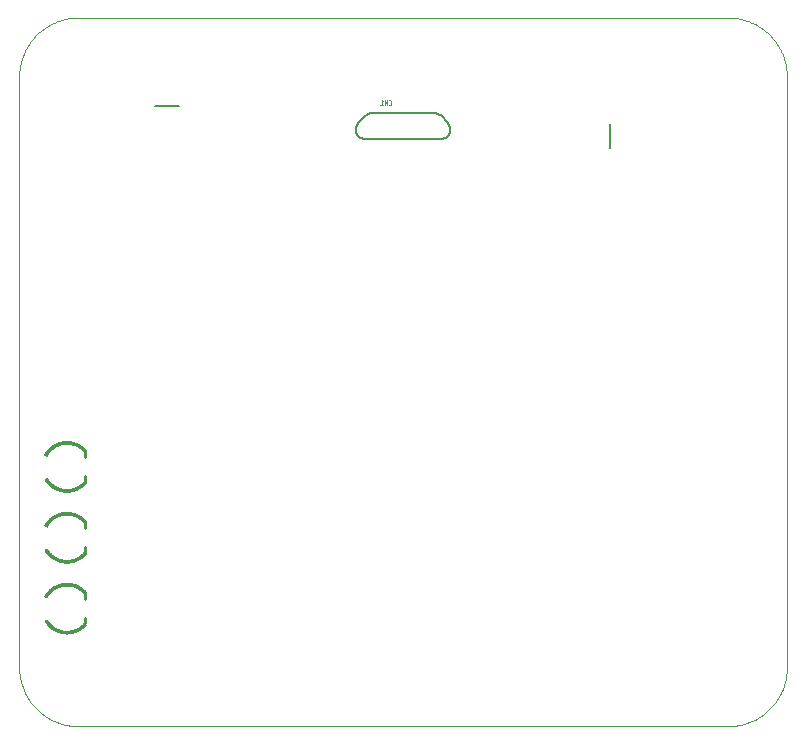
<source format=gbo>
G75*
%MOIN*%
%OFA0B0*%
%FSLAX25Y25*%
%IPPOS*%
%LPD*%
%AMOC8*
5,1,8,0,0,1.08239X$1,22.5*
%
%ADD10C,0.00000*%
%ADD11C,0.00800*%
%ADD12C,0.00500*%
%ADD13C,0.00100*%
%ADD14C,0.01000*%
D10*
X0105861Y0042839D02*
X0105861Y0239689D01*
X0105862Y0239689D02*
X0105868Y0240165D01*
X0105885Y0240640D01*
X0105914Y0241115D01*
X0105954Y0241589D01*
X0106006Y0242062D01*
X0106069Y0242533D01*
X0106143Y0243003D01*
X0106229Y0243471D01*
X0106326Y0243937D01*
X0106434Y0244400D01*
X0106553Y0244860D01*
X0106684Y0245318D01*
X0106825Y0245772D01*
X0106978Y0246223D01*
X0107141Y0246669D01*
X0107315Y0247112D01*
X0107500Y0247550D01*
X0107695Y0247984D01*
X0107901Y0248413D01*
X0108117Y0248837D01*
X0108343Y0249256D01*
X0108579Y0249669D01*
X0108825Y0250076D01*
X0109081Y0250477D01*
X0109347Y0250871D01*
X0109622Y0251260D01*
X0109906Y0251641D01*
X0110199Y0252015D01*
X0110501Y0252383D01*
X0110813Y0252743D01*
X0111132Y0253095D01*
X0111460Y0253439D01*
X0111797Y0253776D01*
X0112141Y0254104D01*
X0112493Y0254423D01*
X0112853Y0254735D01*
X0113221Y0255037D01*
X0113595Y0255330D01*
X0113976Y0255614D01*
X0114365Y0255889D01*
X0114759Y0256155D01*
X0115160Y0256411D01*
X0115567Y0256657D01*
X0115980Y0256893D01*
X0116399Y0257119D01*
X0116823Y0257335D01*
X0117252Y0257541D01*
X0117686Y0257736D01*
X0118124Y0257921D01*
X0118567Y0258095D01*
X0119013Y0258258D01*
X0119464Y0258411D01*
X0119918Y0258552D01*
X0120376Y0258683D01*
X0120836Y0258802D01*
X0121299Y0258910D01*
X0121765Y0259007D01*
X0122233Y0259093D01*
X0122703Y0259167D01*
X0123174Y0259230D01*
X0123647Y0259282D01*
X0124121Y0259322D01*
X0124596Y0259351D01*
X0125071Y0259368D01*
X0125547Y0259374D01*
X0342082Y0259374D01*
X0342558Y0259368D01*
X0343033Y0259351D01*
X0343508Y0259322D01*
X0343982Y0259282D01*
X0344455Y0259230D01*
X0344926Y0259167D01*
X0345396Y0259093D01*
X0345864Y0259007D01*
X0346330Y0258910D01*
X0346793Y0258802D01*
X0347253Y0258683D01*
X0347711Y0258552D01*
X0348165Y0258411D01*
X0348616Y0258258D01*
X0349062Y0258095D01*
X0349505Y0257921D01*
X0349943Y0257736D01*
X0350377Y0257541D01*
X0350806Y0257335D01*
X0351230Y0257119D01*
X0351649Y0256893D01*
X0352062Y0256657D01*
X0352469Y0256411D01*
X0352870Y0256155D01*
X0353264Y0255889D01*
X0353653Y0255614D01*
X0354034Y0255330D01*
X0354408Y0255037D01*
X0354776Y0254735D01*
X0355136Y0254423D01*
X0355488Y0254104D01*
X0355832Y0253776D01*
X0356169Y0253439D01*
X0356497Y0253095D01*
X0356816Y0252743D01*
X0357128Y0252383D01*
X0357430Y0252015D01*
X0357723Y0251641D01*
X0358007Y0251260D01*
X0358282Y0250871D01*
X0358548Y0250477D01*
X0358804Y0250076D01*
X0359050Y0249669D01*
X0359286Y0249256D01*
X0359512Y0248837D01*
X0359728Y0248413D01*
X0359934Y0247984D01*
X0360129Y0247550D01*
X0360314Y0247112D01*
X0360488Y0246669D01*
X0360651Y0246223D01*
X0360804Y0245772D01*
X0360945Y0245318D01*
X0361076Y0244860D01*
X0361195Y0244400D01*
X0361303Y0243937D01*
X0361400Y0243471D01*
X0361486Y0243003D01*
X0361560Y0242533D01*
X0361623Y0242062D01*
X0361675Y0241589D01*
X0361715Y0241115D01*
X0361744Y0240640D01*
X0361761Y0240165D01*
X0361767Y0239689D01*
X0361767Y0042839D01*
X0361761Y0042363D01*
X0361744Y0041888D01*
X0361715Y0041413D01*
X0361675Y0040939D01*
X0361623Y0040466D01*
X0361560Y0039995D01*
X0361486Y0039525D01*
X0361400Y0039057D01*
X0361303Y0038591D01*
X0361195Y0038128D01*
X0361076Y0037668D01*
X0360945Y0037210D01*
X0360804Y0036756D01*
X0360651Y0036305D01*
X0360488Y0035859D01*
X0360314Y0035416D01*
X0360129Y0034978D01*
X0359934Y0034544D01*
X0359728Y0034115D01*
X0359512Y0033691D01*
X0359286Y0033272D01*
X0359050Y0032859D01*
X0358804Y0032452D01*
X0358548Y0032051D01*
X0358282Y0031657D01*
X0358007Y0031268D01*
X0357723Y0030887D01*
X0357430Y0030513D01*
X0357128Y0030145D01*
X0356816Y0029785D01*
X0356497Y0029433D01*
X0356169Y0029089D01*
X0355832Y0028752D01*
X0355488Y0028424D01*
X0355136Y0028105D01*
X0354776Y0027793D01*
X0354408Y0027491D01*
X0354034Y0027198D01*
X0353653Y0026914D01*
X0353264Y0026639D01*
X0352870Y0026373D01*
X0352469Y0026117D01*
X0352062Y0025871D01*
X0351649Y0025635D01*
X0351230Y0025409D01*
X0350806Y0025193D01*
X0350377Y0024987D01*
X0349943Y0024792D01*
X0349505Y0024607D01*
X0349062Y0024433D01*
X0348616Y0024270D01*
X0348165Y0024117D01*
X0347711Y0023976D01*
X0347253Y0023845D01*
X0346793Y0023726D01*
X0346330Y0023618D01*
X0345864Y0023521D01*
X0345396Y0023435D01*
X0344926Y0023361D01*
X0344455Y0023298D01*
X0343982Y0023246D01*
X0343508Y0023206D01*
X0343033Y0023177D01*
X0342558Y0023160D01*
X0342082Y0023154D01*
X0125547Y0023154D01*
X0125071Y0023160D01*
X0124596Y0023177D01*
X0124121Y0023206D01*
X0123647Y0023246D01*
X0123174Y0023298D01*
X0122703Y0023361D01*
X0122233Y0023435D01*
X0121765Y0023521D01*
X0121299Y0023618D01*
X0120836Y0023726D01*
X0120376Y0023845D01*
X0119918Y0023976D01*
X0119464Y0024117D01*
X0119013Y0024270D01*
X0118567Y0024433D01*
X0118124Y0024607D01*
X0117686Y0024792D01*
X0117252Y0024987D01*
X0116823Y0025193D01*
X0116399Y0025409D01*
X0115980Y0025635D01*
X0115567Y0025871D01*
X0115160Y0026117D01*
X0114759Y0026373D01*
X0114365Y0026639D01*
X0113976Y0026914D01*
X0113595Y0027198D01*
X0113221Y0027491D01*
X0112853Y0027793D01*
X0112493Y0028105D01*
X0112141Y0028424D01*
X0111797Y0028752D01*
X0111460Y0029089D01*
X0111132Y0029433D01*
X0110813Y0029785D01*
X0110501Y0030145D01*
X0110199Y0030513D01*
X0109906Y0030887D01*
X0109622Y0031268D01*
X0109347Y0031657D01*
X0109081Y0032051D01*
X0108825Y0032452D01*
X0108579Y0032859D01*
X0108343Y0033272D01*
X0108117Y0033691D01*
X0107901Y0034115D01*
X0107695Y0034544D01*
X0107500Y0034978D01*
X0107315Y0035416D01*
X0107141Y0035859D01*
X0106978Y0036305D01*
X0106825Y0036756D01*
X0106684Y0037210D01*
X0106553Y0037668D01*
X0106434Y0038128D01*
X0106326Y0038591D01*
X0106229Y0039057D01*
X0106143Y0039525D01*
X0106069Y0039995D01*
X0106006Y0040466D01*
X0105954Y0040939D01*
X0105914Y0041413D01*
X0105885Y0041888D01*
X0105868Y0042363D01*
X0105862Y0042839D01*
D11*
X0220993Y0219020D02*
X0246636Y0219020D01*
X0246743Y0219022D01*
X0246850Y0219028D01*
X0246956Y0219038D01*
X0247062Y0219051D01*
X0247167Y0219069D01*
X0247272Y0219090D01*
X0247376Y0219115D01*
X0247479Y0219144D01*
X0247581Y0219177D01*
X0247681Y0219213D01*
X0247780Y0219253D01*
X0247878Y0219297D01*
X0247974Y0219344D01*
X0248068Y0219394D01*
X0248160Y0219448D01*
X0248250Y0219506D01*
X0248339Y0219566D01*
X0248424Y0219630D01*
X0248508Y0219697D01*
X0248589Y0219767D01*
X0248667Y0219840D01*
X0248742Y0219915D01*
X0248815Y0219993D01*
X0248885Y0220074D01*
X0248952Y0220158D01*
X0249016Y0220243D01*
X0249076Y0220332D01*
X0249134Y0220422D01*
X0249188Y0220514D01*
X0249238Y0220608D01*
X0249285Y0220704D01*
X0249329Y0220802D01*
X0249369Y0220901D01*
X0249405Y0221001D01*
X0249438Y0221103D01*
X0249467Y0221206D01*
X0249492Y0221310D01*
X0249513Y0221415D01*
X0249531Y0221520D01*
X0249544Y0221626D01*
X0249554Y0221732D01*
X0249560Y0221839D01*
X0249562Y0221946D01*
X0248682Y0224198D02*
X0246304Y0226754D01*
X0244628Y0227484D02*
X0223000Y0227484D01*
X0221324Y0226754D02*
X0218946Y0224198D01*
X0218067Y0221946D02*
X0218069Y0221839D01*
X0218075Y0221732D01*
X0218085Y0221626D01*
X0218098Y0221520D01*
X0218116Y0221415D01*
X0218137Y0221310D01*
X0218162Y0221206D01*
X0218191Y0221103D01*
X0218224Y0221001D01*
X0218260Y0220901D01*
X0218300Y0220802D01*
X0218344Y0220704D01*
X0218391Y0220608D01*
X0218441Y0220514D01*
X0218495Y0220422D01*
X0218553Y0220332D01*
X0218613Y0220243D01*
X0218677Y0220158D01*
X0218744Y0220074D01*
X0218814Y0219993D01*
X0218887Y0219915D01*
X0218962Y0219840D01*
X0219040Y0219767D01*
X0219121Y0219697D01*
X0219205Y0219630D01*
X0219290Y0219566D01*
X0219379Y0219506D01*
X0219469Y0219448D01*
X0219561Y0219394D01*
X0219655Y0219344D01*
X0219751Y0219297D01*
X0219849Y0219253D01*
X0219948Y0219213D01*
X0220048Y0219177D01*
X0220150Y0219144D01*
X0220253Y0219115D01*
X0220357Y0219090D01*
X0220462Y0219069D01*
X0220567Y0219051D01*
X0220673Y0219038D01*
X0220779Y0219028D01*
X0220886Y0219022D01*
X0220993Y0219020D01*
X0218066Y0221960D02*
X0218068Y0222072D01*
X0218074Y0222184D01*
X0218083Y0222295D01*
X0218096Y0222406D01*
X0218114Y0222517D01*
X0218134Y0222627D01*
X0218159Y0222736D01*
X0218187Y0222844D01*
X0218219Y0222951D01*
X0218255Y0223057D01*
X0218294Y0223162D01*
X0218337Y0223265D01*
X0218383Y0223367D01*
X0218432Y0223468D01*
X0218485Y0223566D01*
X0218542Y0223663D01*
X0218601Y0223757D01*
X0218664Y0223850D01*
X0218730Y0223940D01*
X0218799Y0224029D01*
X0218871Y0224114D01*
X0218946Y0224197D01*
X0221324Y0226754D02*
X0221389Y0226822D01*
X0221458Y0226886D01*
X0221528Y0226948D01*
X0221602Y0227007D01*
X0221677Y0227063D01*
X0221755Y0227116D01*
X0221835Y0227165D01*
X0221917Y0227212D01*
X0222001Y0227254D01*
X0222086Y0227294D01*
X0222173Y0227329D01*
X0222261Y0227362D01*
X0222351Y0227390D01*
X0222442Y0227415D01*
X0222533Y0227436D01*
X0222626Y0227453D01*
X0222719Y0227467D01*
X0222812Y0227476D01*
X0222906Y0227482D01*
X0223000Y0227484D01*
X0244628Y0227484D02*
X0244722Y0227482D01*
X0244816Y0227476D01*
X0244909Y0227467D01*
X0245002Y0227453D01*
X0245095Y0227436D01*
X0245186Y0227415D01*
X0245277Y0227390D01*
X0245367Y0227362D01*
X0245455Y0227329D01*
X0245542Y0227294D01*
X0245627Y0227254D01*
X0245711Y0227212D01*
X0245793Y0227165D01*
X0245873Y0227116D01*
X0245951Y0227063D01*
X0246026Y0227007D01*
X0246100Y0226948D01*
X0246170Y0226886D01*
X0246239Y0226822D01*
X0246304Y0226754D01*
X0248682Y0224197D02*
X0248757Y0224114D01*
X0248829Y0224029D01*
X0248898Y0223940D01*
X0248964Y0223850D01*
X0249027Y0223757D01*
X0249086Y0223663D01*
X0249143Y0223566D01*
X0249196Y0223468D01*
X0249245Y0223367D01*
X0249291Y0223265D01*
X0249334Y0223162D01*
X0249373Y0223057D01*
X0249409Y0222951D01*
X0249441Y0222844D01*
X0249469Y0222736D01*
X0249494Y0222627D01*
X0249514Y0222517D01*
X0249532Y0222406D01*
X0249545Y0222295D01*
X0249554Y0222184D01*
X0249560Y0222072D01*
X0249562Y0221960D01*
D12*
X0249562Y0221946D01*
X0218066Y0221960D02*
X0218066Y0221946D01*
X0159011Y0229846D02*
X0151137Y0229846D01*
X0302712Y0223941D02*
X0302712Y0216067D01*
D13*
X0229827Y0230598D02*
X0229827Y0231432D01*
X0229825Y0231467D01*
X0229820Y0231501D01*
X0229811Y0231535D01*
X0229798Y0231567D01*
X0229782Y0231598D01*
X0229763Y0231628D01*
X0229741Y0231655D01*
X0229717Y0231679D01*
X0229690Y0231701D01*
X0229661Y0231720D01*
X0229629Y0231736D01*
X0229597Y0231749D01*
X0229563Y0231758D01*
X0229529Y0231763D01*
X0229494Y0231765D01*
X0229161Y0231765D01*
X0228576Y0231765D02*
X0227742Y0230265D01*
X0227742Y0231765D01*
X0227088Y0231432D02*
X0226671Y0231765D01*
X0226671Y0230265D01*
X0227088Y0230265D02*
X0226254Y0230265D01*
X0228576Y0230265D02*
X0228576Y0231765D01*
X0229827Y0230598D02*
X0229825Y0230563D01*
X0229820Y0230529D01*
X0229811Y0230495D01*
X0229798Y0230463D01*
X0229782Y0230432D01*
X0229763Y0230402D01*
X0229741Y0230375D01*
X0229717Y0230351D01*
X0229690Y0230329D01*
X0229661Y0230310D01*
X0229629Y0230294D01*
X0229597Y0230281D01*
X0229563Y0230272D01*
X0229529Y0230267D01*
X0229494Y0230265D01*
X0229161Y0230265D01*
X0121560Y0118217D02*
X0121560Y0117317D01*
X0121560Y0117318D02*
X0121377Y0117314D01*
X0121194Y0117307D01*
X0121011Y0117294D01*
X0120828Y0117277D01*
X0120646Y0117256D01*
X0120465Y0117231D01*
X0120284Y0117201D01*
X0120104Y0117166D01*
X0119925Y0117128D01*
X0119747Y0117085D01*
X0119570Y0117037D01*
X0119395Y0116986D01*
X0119220Y0116930D01*
X0119047Y0116870D01*
X0118876Y0116805D01*
X0118706Y0116737D01*
X0118537Y0116665D01*
X0118371Y0116588D01*
X0118207Y0116507D01*
X0118044Y0116423D01*
X0117884Y0116334D01*
X0117725Y0116242D01*
X0117569Y0116146D01*
X0117416Y0116046D01*
X0117265Y0115942D01*
X0117116Y0115835D01*
X0116970Y0115724D01*
X0116827Y0115610D01*
X0116687Y0115492D01*
X0116550Y0115371D01*
X0116415Y0115247D01*
X0116284Y0115119D01*
X0116155Y0114988D01*
X0116030Y0114854D01*
X0115909Y0114718D01*
X0115790Y0114578D01*
X0115675Y0114435D01*
X0115564Y0114290D01*
X0115456Y0114142D01*
X0115352Y0113991D01*
X0115251Y0113838D01*
X0115154Y0113683D01*
X0115061Y0113525D01*
X0114972Y0113365D01*
X0114178Y0113788D01*
X0114278Y0113968D01*
X0114382Y0114145D01*
X0114490Y0114319D01*
X0114603Y0114491D01*
X0114720Y0114659D01*
X0114841Y0114825D01*
X0114965Y0114988D01*
X0115094Y0115148D01*
X0115227Y0115305D01*
X0115363Y0115458D01*
X0115503Y0115608D01*
X0115647Y0115755D01*
X0115794Y0115898D01*
X0115945Y0116038D01*
X0116099Y0116173D01*
X0116256Y0116305D01*
X0116416Y0116433D01*
X0116580Y0116558D01*
X0116746Y0116678D01*
X0116916Y0116794D01*
X0117088Y0116906D01*
X0117262Y0117014D01*
X0117440Y0117117D01*
X0117619Y0117216D01*
X0117802Y0117311D01*
X0117986Y0117401D01*
X0118172Y0117487D01*
X0118361Y0117568D01*
X0118551Y0117645D01*
X0118744Y0117717D01*
X0118938Y0117784D01*
X0119133Y0117847D01*
X0119330Y0117905D01*
X0119528Y0117958D01*
X0119728Y0118006D01*
X0119929Y0118049D01*
X0120130Y0118087D01*
X0120333Y0118121D01*
X0120536Y0118149D01*
X0120740Y0118173D01*
X0120945Y0118192D01*
X0121149Y0118205D01*
X0121354Y0118214D01*
X0121560Y0118218D01*
X0121560Y0118124D01*
X0121357Y0118120D01*
X0121154Y0118112D01*
X0120951Y0118098D01*
X0120749Y0118080D01*
X0120548Y0118056D01*
X0120347Y0118028D01*
X0120146Y0117995D01*
X0119947Y0117957D01*
X0119749Y0117914D01*
X0119551Y0117866D01*
X0119355Y0117814D01*
X0119160Y0117757D01*
X0118967Y0117695D01*
X0118775Y0117628D01*
X0118585Y0117557D01*
X0118397Y0117482D01*
X0118211Y0117401D01*
X0118026Y0117316D01*
X0117844Y0117227D01*
X0117664Y0117133D01*
X0117486Y0117035D01*
X0117311Y0116933D01*
X0117138Y0116827D01*
X0116968Y0116716D01*
X0116800Y0116601D01*
X0116636Y0116482D01*
X0116474Y0116359D01*
X0116316Y0116233D01*
X0116160Y0116102D01*
X0116008Y0115968D01*
X0115859Y0115830D01*
X0115713Y0115689D01*
X0115571Y0115544D01*
X0115433Y0115395D01*
X0115298Y0115244D01*
X0115167Y0115089D01*
X0115040Y0114931D01*
X0114916Y0114769D01*
X0114797Y0114605D01*
X0114681Y0114438D01*
X0114570Y0114269D01*
X0114462Y0114096D01*
X0114359Y0113921D01*
X0114261Y0113744D01*
X0114344Y0113700D01*
X0114441Y0113875D01*
X0114543Y0114048D01*
X0114649Y0114218D01*
X0114759Y0114386D01*
X0114873Y0114551D01*
X0114992Y0114713D01*
X0115114Y0114873D01*
X0115240Y0115029D01*
X0115369Y0115182D01*
X0115503Y0115332D01*
X0115639Y0115479D01*
X0115780Y0115622D01*
X0115924Y0115762D01*
X0116071Y0115898D01*
X0116222Y0116031D01*
X0116375Y0116160D01*
X0116532Y0116285D01*
X0116692Y0116407D01*
X0116855Y0116524D01*
X0117020Y0116638D01*
X0117188Y0116747D01*
X0117359Y0116853D01*
X0117532Y0116954D01*
X0117708Y0117051D01*
X0117886Y0117143D01*
X0118066Y0117231D01*
X0118249Y0117315D01*
X0118433Y0117395D01*
X0118619Y0117470D01*
X0118807Y0117540D01*
X0118997Y0117606D01*
X0119188Y0117667D01*
X0119380Y0117723D01*
X0119574Y0117775D01*
X0119769Y0117822D01*
X0119965Y0117865D01*
X0120163Y0117902D01*
X0120361Y0117935D01*
X0120559Y0117963D01*
X0120759Y0117986D01*
X0120958Y0118004D01*
X0121159Y0118018D01*
X0121359Y0118026D01*
X0121560Y0118030D01*
X0121560Y0117936D01*
X0121361Y0117932D01*
X0121163Y0117924D01*
X0120965Y0117911D01*
X0120768Y0117892D01*
X0120571Y0117870D01*
X0120374Y0117842D01*
X0120179Y0117810D01*
X0119984Y0117772D01*
X0119790Y0117731D01*
X0119597Y0117684D01*
X0119405Y0117633D01*
X0119215Y0117577D01*
X0119026Y0117517D01*
X0118839Y0117452D01*
X0118653Y0117382D01*
X0118469Y0117308D01*
X0118287Y0117229D01*
X0118107Y0117146D01*
X0117928Y0117059D01*
X0117752Y0116968D01*
X0117579Y0116872D01*
X0117407Y0116772D01*
X0117239Y0116668D01*
X0117072Y0116560D01*
X0116909Y0116447D01*
X0116748Y0116331D01*
X0116590Y0116211D01*
X0116435Y0116087D01*
X0116283Y0115960D01*
X0116134Y0115829D01*
X0115989Y0115694D01*
X0115846Y0115556D01*
X0115708Y0115414D01*
X0115572Y0115269D01*
X0115440Y0115121D01*
X0115312Y0114969D01*
X0115188Y0114815D01*
X0115067Y0114658D01*
X0114950Y0114497D01*
X0114837Y0114334D01*
X0114729Y0114168D01*
X0114624Y0114000D01*
X0114523Y0113829D01*
X0114427Y0113656D01*
X0114509Y0113611D01*
X0114605Y0113783D01*
X0114704Y0113952D01*
X0114808Y0114118D01*
X0114916Y0114282D01*
X0115027Y0114443D01*
X0115143Y0114602D01*
X0115262Y0114757D01*
X0115385Y0114910D01*
X0115512Y0115059D01*
X0115642Y0115206D01*
X0115776Y0115349D01*
X0115913Y0115489D01*
X0116054Y0115626D01*
X0116197Y0115759D01*
X0116344Y0115889D01*
X0116495Y0116015D01*
X0116648Y0116137D01*
X0116804Y0116256D01*
X0116963Y0116371D01*
X0117125Y0116481D01*
X0117289Y0116588D01*
X0117456Y0116691D01*
X0117625Y0116790D01*
X0117797Y0116885D01*
X0117971Y0116975D01*
X0118147Y0117062D01*
X0118325Y0117143D01*
X0118505Y0117221D01*
X0118687Y0117294D01*
X0118870Y0117363D01*
X0119056Y0117427D01*
X0119242Y0117487D01*
X0119430Y0117542D01*
X0119620Y0117593D01*
X0119810Y0117639D01*
X0120002Y0117680D01*
X0120195Y0117717D01*
X0120388Y0117749D01*
X0120582Y0117776D01*
X0120777Y0117799D01*
X0120972Y0117817D01*
X0121168Y0117830D01*
X0121364Y0117838D01*
X0121560Y0117842D01*
X0121560Y0117748D01*
X0121366Y0117744D01*
X0121172Y0117736D01*
X0120979Y0117723D01*
X0120786Y0117705D01*
X0120594Y0117683D01*
X0120402Y0117656D01*
X0120211Y0117624D01*
X0120020Y0117588D01*
X0119831Y0117547D01*
X0119643Y0117502D01*
X0119456Y0117452D01*
X0119270Y0117397D01*
X0119085Y0117338D01*
X0118902Y0117275D01*
X0118721Y0117207D01*
X0118541Y0117134D01*
X0118363Y0117058D01*
X0118187Y0116977D01*
X0118013Y0116891D01*
X0117841Y0116802D01*
X0117671Y0116708D01*
X0117504Y0116611D01*
X0117339Y0116509D01*
X0117177Y0116403D01*
X0117017Y0116294D01*
X0116860Y0116180D01*
X0116706Y0116063D01*
X0116554Y0115942D01*
X0116406Y0115818D01*
X0116261Y0115690D01*
X0116118Y0115558D01*
X0115979Y0115423D01*
X0115844Y0115285D01*
X0115712Y0115143D01*
X0115583Y0114998D01*
X0115458Y0114850D01*
X0115336Y0114699D01*
X0115218Y0114546D01*
X0115104Y0114389D01*
X0114994Y0114230D01*
X0114888Y0114068D01*
X0114785Y0113903D01*
X0114687Y0113736D01*
X0114592Y0113567D01*
X0114675Y0113523D01*
X0114769Y0113690D01*
X0114866Y0113855D01*
X0114967Y0114018D01*
X0115072Y0114178D01*
X0115181Y0114335D01*
X0115294Y0114490D01*
X0115410Y0114642D01*
X0115530Y0114791D01*
X0115654Y0114937D01*
X0115781Y0115080D01*
X0115912Y0115220D01*
X0116046Y0115356D01*
X0116183Y0115490D01*
X0116324Y0115620D01*
X0116467Y0115747D01*
X0116614Y0115870D01*
X0116764Y0115989D01*
X0116916Y0116105D01*
X0117071Y0116217D01*
X0117229Y0116325D01*
X0117390Y0116430D01*
X0117553Y0116530D01*
X0117718Y0116627D01*
X0117885Y0116719D01*
X0118055Y0116807D01*
X0118227Y0116892D01*
X0118401Y0116972D01*
X0118577Y0117047D01*
X0118755Y0117119D01*
X0118934Y0117186D01*
X0119115Y0117249D01*
X0119297Y0117307D01*
X0119481Y0117361D01*
X0119666Y0117411D01*
X0119852Y0117455D01*
X0120039Y0117496D01*
X0120227Y0117532D01*
X0120416Y0117563D01*
X0120605Y0117590D01*
X0120795Y0117612D01*
X0120986Y0117629D01*
X0121177Y0117642D01*
X0121368Y0117650D01*
X0121560Y0117654D01*
X0121560Y0117560D01*
X0121371Y0117556D01*
X0121182Y0117548D01*
X0120993Y0117536D01*
X0120805Y0117518D01*
X0120617Y0117496D01*
X0120430Y0117470D01*
X0120243Y0117439D01*
X0120057Y0117404D01*
X0119872Y0117364D01*
X0119688Y0117319D01*
X0119506Y0117270D01*
X0119324Y0117217D01*
X0119144Y0117160D01*
X0118966Y0117098D01*
X0118788Y0117031D01*
X0118613Y0116961D01*
X0118439Y0116886D01*
X0118267Y0116807D01*
X0118098Y0116723D01*
X0117930Y0116636D01*
X0117764Y0116545D01*
X0117601Y0116449D01*
X0117440Y0116350D01*
X0117281Y0116247D01*
X0117125Y0116140D01*
X0116972Y0116029D01*
X0116821Y0115915D01*
X0116674Y0115797D01*
X0116529Y0115675D01*
X0116387Y0115550D01*
X0116248Y0115422D01*
X0116113Y0115290D01*
X0115980Y0115155D01*
X0115851Y0115017D01*
X0115725Y0114875D01*
X0115603Y0114731D01*
X0115484Y0114584D01*
X0115369Y0114434D01*
X0115258Y0114281D01*
X0115150Y0114125D01*
X0115046Y0113967D01*
X0114946Y0113807D01*
X0114850Y0113644D01*
X0114758Y0113479D01*
X0114841Y0113434D01*
X0114932Y0113598D01*
X0115027Y0113759D01*
X0115126Y0113917D01*
X0115228Y0114073D01*
X0115335Y0114227D01*
X0115445Y0114378D01*
X0115559Y0114526D01*
X0115676Y0114672D01*
X0115797Y0114814D01*
X0115921Y0114954D01*
X0116048Y0115090D01*
X0116179Y0115224D01*
X0116313Y0115354D01*
X0116450Y0115481D01*
X0116590Y0115604D01*
X0116733Y0115724D01*
X0116879Y0115841D01*
X0117028Y0115954D01*
X0117180Y0116063D01*
X0117334Y0116169D01*
X0117490Y0116271D01*
X0117649Y0116369D01*
X0117811Y0116463D01*
X0117974Y0116553D01*
X0118140Y0116640D01*
X0118308Y0116722D01*
X0118477Y0116800D01*
X0118649Y0116874D01*
X0118822Y0116943D01*
X0118997Y0117009D01*
X0119174Y0117070D01*
X0119352Y0117127D01*
X0119531Y0117180D01*
X0119711Y0117228D01*
X0119893Y0117272D01*
X0120076Y0117312D01*
X0120259Y0117347D01*
X0120443Y0117377D01*
X0120628Y0117403D01*
X0120814Y0117425D01*
X0121000Y0117442D01*
X0121186Y0117454D01*
X0121373Y0117462D01*
X0121560Y0117466D01*
X0121560Y0117372D01*
X0121375Y0117368D01*
X0121191Y0117360D01*
X0121007Y0117348D01*
X0120823Y0117331D01*
X0120640Y0117310D01*
X0120457Y0117284D01*
X0120275Y0117254D01*
X0120094Y0117219D01*
X0119914Y0117180D01*
X0119734Y0117137D01*
X0119556Y0117089D01*
X0119379Y0117037D01*
X0119203Y0116981D01*
X0119029Y0116921D01*
X0118856Y0116856D01*
X0118685Y0116787D01*
X0118516Y0116714D01*
X0118348Y0116637D01*
X0118182Y0116556D01*
X0118019Y0116470D01*
X0117857Y0116381D01*
X0117698Y0116288D01*
X0117541Y0116191D01*
X0117386Y0116091D01*
X0117234Y0115986D01*
X0117084Y0115878D01*
X0116937Y0115767D01*
X0116793Y0115652D01*
X0116652Y0115533D01*
X0116513Y0115411D01*
X0116378Y0115286D01*
X0116246Y0115157D01*
X0116116Y0115025D01*
X0115990Y0114891D01*
X0115868Y0114753D01*
X0115749Y0114612D01*
X0115633Y0114468D01*
X0115520Y0114322D01*
X0115412Y0114173D01*
X0115307Y0114021D01*
X0115205Y0113867D01*
X0115108Y0113710D01*
X0115014Y0113551D01*
X0114924Y0113390D01*
X0114298Y0105533D02*
X0115079Y0105979D01*
X0115172Y0105822D01*
X0115269Y0105668D01*
X0115370Y0105516D01*
X0115475Y0105367D01*
X0115583Y0105220D01*
X0115694Y0105075D01*
X0115809Y0104934D01*
X0115928Y0104795D01*
X0116050Y0104660D01*
X0116175Y0104527D01*
X0116303Y0104397D01*
X0116434Y0104271D01*
X0116568Y0104147D01*
X0116705Y0104027D01*
X0116845Y0103910D01*
X0116988Y0103797D01*
X0117134Y0103687D01*
X0117282Y0103581D01*
X0117433Y0103478D01*
X0117586Y0103379D01*
X0117741Y0103284D01*
X0117899Y0103193D01*
X0118059Y0103105D01*
X0118221Y0103021D01*
X0118384Y0102941D01*
X0118550Y0102865D01*
X0118718Y0102794D01*
X0118887Y0102726D01*
X0119058Y0102662D01*
X0119230Y0102603D01*
X0119404Y0102547D01*
X0119579Y0102496D01*
X0119755Y0102449D01*
X0119932Y0102407D01*
X0120111Y0102368D01*
X0120290Y0102334D01*
X0120470Y0102304D01*
X0120650Y0102279D01*
X0120831Y0102258D01*
X0121013Y0102242D01*
X0121195Y0102229D01*
X0121377Y0102222D01*
X0121559Y0102218D01*
X0121560Y0101319D01*
X0121559Y0101318D01*
X0121355Y0101322D01*
X0121151Y0101330D01*
X0120947Y0101344D01*
X0120743Y0101362D01*
X0120540Y0101386D01*
X0120338Y0101414D01*
X0120136Y0101447D01*
X0119936Y0101485D01*
X0119736Y0101528D01*
X0119537Y0101576D01*
X0119340Y0101628D01*
X0119144Y0101686D01*
X0118949Y0101748D01*
X0118756Y0101814D01*
X0118564Y0101886D01*
X0118375Y0101962D01*
X0118187Y0102042D01*
X0118001Y0102127D01*
X0117817Y0102217D01*
X0117636Y0102310D01*
X0117457Y0102409D01*
X0117280Y0102511D01*
X0117106Y0102618D01*
X0116934Y0102729D01*
X0116765Y0102844D01*
X0116599Y0102963D01*
X0116436Y0103086D01*
X0116276Y0103213D01*
X0116119Y0103344D01*
X0115965Y0103479D01*
X0115815Y0103617D01*
X0115668Y0103759D01*
X0115524Y0103904D01*
X0115384Y0104053D01*
X0115248Y0104205D01*
X0115115Y0104361D01*
X0114987Y0104519D01*
X0114862Y0104681D01*
X0114741Y0104846D01*
X0114624Y0105013D01*
X0114511Y0105184D01*
X0114402Y0105357D01*
X0114297Y0105532D01*
X0114379Y0105579D01*
X0114482Y0105405D01*
X0114590Y0105234D01*
X0114702Y0105066D01*
X0114817Y0104900D01*
X0114937Y0104737D01*
X0115061Y0104578D01*
X0115188Y0104421D01*
X0115319Y0104267D01*
X0115454Y0104117D01*
X0115592Y0103969D01*
X0115734Y0103826D01*
X0115880Y0103685D01*
X0116028Y0103549D01*
X0116180Y0103416D01*
X0116336Y0103286D01*
X0116494Y0103161D01*
X0116655Y0103039D01*
X0116819Y0102921D01*
X0116986Y0102807D01*
X0117156Y0102698D01*
X0117328Y0102592D01*
X0117503Y0102491D01*
X0117680Y0102393D01*
X0117859Y0102301D01*
X0118041Y0102212D01*
X0118225Y0102128D01*
X0118410Y0102048D01*
X0118598Y0101973D01*
X0118787Y0101903D01*
X0118978Y0101837D01*
X0119171Y0101776D01*
X0119365Y0101719D01*
X0119560Y0101667D01*
X0119756Y0101620D01*
X0119954Y0101578D01*
X0120152Y0101540D01*
X0120352Y0101507D01*
X0120552Y0101479D01*
X0120753Y0101456D01*
X0120954Y0101438D01*
X0121155Y0101424D01*
X0121357Y0101416D01*
X0121559Y0101412D01*
X0121559Y0101506D01*
X0121360Y0101510D01*
X0121160Y0101518D01*
X0120961Y0101531D01*
X0120762Y0101550D01*
X0120563Y0101572D01*
X0120366Y0101600D01*
X0120168Y0101633D01*
X0119972Y0101670D01*
X0119777Y0101712D01*
X0119583Y0101758D01*
X0119390Y0101810D01*
X0119198Y0101866D01*
X0119008Y0101926D01*
X0118819Y0101991D01*
X0118632Y0102061D01*
X0118446Y0102135D01*
X0118263Y0102214D01*
X0118081Y0102297D01*
X0117901Y0102385D01*
X0117724Y0102476D01*
X0117549Y0102572D01*
X0117376Y0102673D01*
X0117206Y0102777D01*
X0117038Y0102886D01*
X0116873Y0102998D01*
X0116711Y0103114D01*
X0116552Y0103235D01*
X0116395Y0103359D01*
X0116242Y0103487D01*
X0116091Y0103618D01*
X0115944Y0103754D01*
X0115801Y0103892D01*
X0115660Y0104034D01*
X0115523Y0104180D01*
X0115390Y0104329D01*
X0115260Y0104481D01*
X0115134Y0104636D01*
X0115012Y0104794D01*
X0114894Y0104955D01*
X0114780Y0105118D01*
X0114669Y0105285D01*
X0114563Y0105454D01*
X0114461Y0105625D01*
X0114542Y0105672D01*
X0114643Y0105502D01*
X0114748Y0105335D01*
X0114858Y0105171D01*
X0114971Y0105009D01*
X0115088Y0104850D01*
X0115208Y0104694D01*
X0115333Y0104540D01*
X0115461Y0104390D01*
X0115593Y0104243D01*
X0115728Y0104099D01*
X0115867Y0103959D01*
X0116009Y0103822D01*
X0116154Y0103688D01*
X0116303Y0103558D01*
X0116455Y0103432D01*
X0116609Y0103309D01*
X0116767Y0103190D01*
X0116927Y0103075D01*
X0117090Y0102964D01*
X0117256Y0102857D01*
X0117424Y0102753D01*
X0117595Y0102654D01*
X0117768Y0102559D01*
X0117944Y0102469D01*
X0118121Y0102382D01*
X0118301Y0102300D01*
X0118482Y0102222D01*
X0118665Y0102149D01*
X0118850Y0102080D01*
X0119037Y0102016D01*
X0119225Y0101956D01*
X0119415Y0101900D01*
X0119605Y0101850D01*
X0119797Y0101803D01*
X0119990Y0101762D01*
X0120184Y0101725D01*
X0120379Y0101693D01*
X0120575Y0101666D01*
X0120771Y0101643D01*
X0120968Y0101625D01*
X0121165Y0101612D01*
X0121362Y0101604D01*
X0121559Y0101600D01*
X0121559Y0101694D01*
X0121364Y0101698D01*
X0121169Y0101706D01*
X0120974Y0101719D01*
X0120780Y0101737D01*
X0120586Y0101759D01*
X0120393Y0101786D01*
X0120200Y0101818D01*
X0120009Y0101854D01*
X0119818Y0101895D01*
X0119628Y0101941D01*
X0119440Y0101991D01*
X0119252Y0102046D01*
X0119066Y0102105D01*
X0118882Y0102168D01*
X0118699Y0102237D01*
X0118518Y0102309D01*
X0118339Y0102386D01*
X0118161Y0102467D01*
X0117986Y0102553D01*
X0117812Y0102642D01*
X0117641Y0102736D01*
X0117473Y0102834D01*
X0117306Y0102936D01*
X0117142Y0103042D01*
X0116981Y0103152D01*
X0116823Y0103266D01*
X0116667Y0103383D01*
X0116514Y0103505D01*
X0116364Y0103630D01*
X0116217Y0103758D01*
X0116074Y0103890D01*
X0115933Y0104026D01*
X0115796Y0104165D01*
X0115662Y0104307D01*
X0115532Y0104452D01*
X0115405Y0104600D01*
X0115282Y0104752D01*
X0115163Y0104906D01*
X0115047Y0105063D01*
X0114936Y0105223D01*
X0114828Y0105386D01*
X0114724Y0105551D01*
X0114624Y0105719D01*
X0114705Y0105765D01*
X0114804Y0105600D01*
X0114907Y0105436D01*
X0115014Y0105276D01*
X0115124Y0105118D01*
X0115238Y0104962D01*
X0115356Y0104810D01*
X0115478Y0104660D01*
X0115603Y0104514D01*
X0115732Y0104370D01*
X0115864Y0104230D01*
X0115999Y0104092D01*
X0116138Y0103958D01*
X0116280Y0103828D01*
X0116425Y0103701D01*
X0116573Y0103577D01*
X0116724Y0103458D01*
X0116878Y0103341D01*
X0117035Y0103229D01*
X0117194Y0103120D01*
X0117356Y0103016D01*
X0117521Y0102915D01*
X0117687Y0102818D01*
X0117857Y0102725D01*
X0118028Y0102637D01*
X0118201Y0102552D01*
X0118377Y0102472D01*
X0118554Y0102396D01*
X0118733Y0102324D01*
X0118914Y0102257D01*
X0119096Y0102194D01*
X0119280Y0102136D01*
X0119465Y0102082D01*
X0119651Y0102032D01*
X0119839Y0101987D01*
X0120027Y0101946D01*
X0120216Y0101910D01*
X0120407Y0101879D01*
X0120598Y0101852D01*
X0120789Y0101830D01*
X0120981Y0101813D01*
X0121174Y0101800D01*
X0121366Y0101792D01*
X0121559Y0101788D01*
X0121559Y0101882D01*
X0121369Y0101886D01*
X0121178Y0101894D01*
X0120988Y0101906D01*
X0120798Y0101924D01*
X0120609Y0101946D01*
X0120421Y0101972D01*
X0120233Y0102003D01*
X0120045Y0102039D01*
X0119859Y0102079D01*
X0119674Y0102123D01*
X0119490Y0102172D01*
X0119307Y0102226D01*
X0119125Y0102283D01*
X0118945Y0102346D01*
X0118767Y0102412D01*
X0118590Y0102483D01*
X0118415Y0102558D01*
X0118241Y0102637D01*
X0118070Y0102721D01*
X0117901Y0102808D01*
X0117734Y0102900D01*
X0117569Y0102996D01*
X0117406Y0103095D01*
X0117246Y0103199D01*
X0117089Y0103306D01*
X0116934Y0103417D01*
X0116782Y0103532D01*
X0116633Y0103650D01*
X0116487Y0103772D01*
X0116343Y0103898D01*
X0116203Y0104027D01*
X0116066Y0104159D01*
X0115932Y0104295D01*
X0115801Y0104433D01*
X0115674Y0104575D01*
X0115550Y0104720D01*
X0115430Y0104868D01*
X0115314Y0105019D01*
X0115201Y0105172D01*
X0115092Y0105328D01*
X0114986Y0105487D01*
X0114885Y0105648D01*
X0114787Y0105812D01*
X0114869Y0105859D01*
X0114965Y0105697D01*
X0115065Y0105538D01*
X0115169Y0105381D01*
X0115277Y0105226D01*
X0115389Y0105075D01*
X0115504Y0104926D01*
X0115623Y0104780D01*
X0115745Y0104637D01*
X0115871Y0104497D01*
X0116000Y0104360D01*
X0116132Y0104226D01*
X0116268Y0104095D01*
X0116406Y0103968D01*
X0116548Y0103844D01*
X0116692Y0103723D01*
X0116840Y0103606D01*
X0116990Y0103493D01*
X0117143Y0103383D01*
X0117299Y0103277D01*
X0117457Y0103175D01*
X0117617Y0103076D01*
X0117780Y0102982D01*
X0117945Y0102891D01*
X0118112Y0102805D01*
X0118281Y0102722D01*
X0118452Y0102644D01*
X0118625Y0102570D01*
X0118800Y0102500D01*
X0118977Y0102434D01*
X0119155Y0102373D01*
X0119334Y0102316D01*
X0119515Y0102263D01*
X0119697Y0102214D01*
X0119880Y0102170D01*
X0120064Y0102131D01*
X0120249Y0102096D01*
X0120434Y0102065D01*
X0120621Y0102039D01*
X0120808Y0102017D01*
X0120995Y0102000D01*
X0121183Y0101988D01*
X0121371Y0101980D01*
X0121559Y0101976D01*
X0121559Y0102070D01*
X0121373Y0102074D01*
X0121188Y0102082D01*
X0121002Y0102094D01*
X0120817Y0102111D01*
X0120632Y0102132D01*
X0120448Y0102158D01*
X0120265Y0102188D01*
X0120082Y0102223D01*
X0119900Y0102262D01*
X0119719Y0102306D01*
X0119540Y0102353D01*
X0119361Y0102406D01*
X0119184Y0102462D01*
X0119008Y0102523D01*
X0118834Y0102588D01*
X0118661Y0102657D01*
X0118490Y0102730D01*
X0118321Y0102807D01*
X0118154Y0102889D01*
X0117989Y0102974D01*
X0117826Y0103064D01*
X0117665Y0103157D01*
X0117507Y0103254D01*
X0117351Y0103355D01*
X0117197Y0103460D01*
X0117046Y0103568D01*
X0116897Y0103680D01*
X0116752Y0103796D01*
X0116609Y0103915D01*
X0116469Y0104037D01*
X0116332Y0104163D01*
X0116198Y0104292D01*
X0116068Y0104425D01*
X0115940Y0104560D01*
X0115816Y0104698D01*
X0115695Y0104840D01*
X0115578Y0104984D01*
X0115464Y0105131D01*
X0115354Y0105281D01*
X0115247Y0105433D01*
X0115145Y0105588D01*
X0115046Y0105746D01*
X0114950Y0105905D01*
X0115032Y0105952D01*
X0115126Y0105794D01*
X0115224Y0105639D01*
X0115325Y0105486D01*
X0115431Y0105335D01*
X0115540Y0105187D01*
X0115652Y0105042D01*
X0115768Y0104900D01*
X0115887Y0104760D01*
X0116010Y0104623D01*
X0116136Y0104490D01*
X0116265Y0104359D01*
X0116397Y0104231D01*
X0116532Y0104107D01*
X0116670Y0103986D01*
X0116811Y0103869D01*
X0116955Y0103755D01*
X0117102Y0103644D01*
X0117251Y0103537D01*
X0117403Y0103433D01*
X0117557Y0103334D01*
X0117713Y0103238D01*
X0117872Y0103146D01*
X0118033Y0103057D01*
X0118196Y0102973D01*
X0118361Y0102892D01*
X0118528Y0102816D01*
X0118697Y0102744D01*
X0118868Y0102675D01*
X0119040Y0102611D01*
X0119213Y0102551D01*
X0119388Y0102495D01*
X0119565Y0102444D01*
X0119742Y0102397D01*
X0119921Y0102354D01*
X0120100Y0102315D01*
X0120281Y0102281D01*
X0120462Y0102251D01*
X0120644Y0102226D01*
X0120826Y0102204D01*
X0121009Y0102188D01*
X0121192Y0102175D01*
X0121376Y0102168D01*
X0121559Y0102164D01*
X0121659Y0101319D02*
X0121659Y0102219D01*
X0121660Y0102218D02*
X0121844Y0102222D01*
X0122029Y0102230D01*
X0122213Y0102242D01*
X0122396Y0102259D01*
X0122580Y0102281D01*
X0122762Y0102306D01*
X0122944Y0102337D01*
X0123125Y0102372D01*
X0123306Y0102411D01*
X0123485Y0102455D01*
X0123663Y0102503D01*
X0123840Y0102555D01*
X0124016Y0102612D01*
X0124190Y0102672D01*
X0124362Y0102738D01*
X0124533Y0102807D01*
X0124703Y0102880D01*
X0124870Y0102958D01*
X0125035Y0103040D01*
X0125199Y0103125D01*
X0125360Y0103215D01*
X0125519Y0103309D01*
X0125676Y0103406D01*
X0125830Y0103507D01*
X0125982Y0103612D01*
X0126131Y0103721D01*
X0126277Y0103833D01*
X0126421Y0103949D01*
X0126561Y0104068D01*
X0126699Y0104191D01*
X0126834Y0104317D01*
X0126966Y0104446D01*
X0127094Y0104579D01*
X0127219Y0104714D01*
X0127341Y0104853D01*
X0128028Y0104272D01*
X0127892Y0104116D01*
X0127751Y0103964D01*
X0127607Y0103815D01*
X0127460Y0103670D01*
X0127309Y0103529D01*
X0127155Y0103392D01*
X0126997Y0103258D01*
X0126836Y0103128D01*
X0126672Y0103002D01*
X0126505Y0102880D01*
X0126335Y0102762D01*
X0126162Y0102649D01*
X0125986Y0102540D01*
X0125808Y0102435D01*
X0125627Y0102334D01*
X0125444Y0102238D01*
X0125259Y0102146D01*
X0125071Y0102059D01*
X0124881Y0101977D01*
X0124690Y0101899D01*
X0124496Y0101826D01*
X0124301Y0101758D01*
X0124104Y0101694D01*
X0123906Y0101636D01*
X0123706Y0101582D01*
X0123505Y0101533D01*
X0123303Y0101489D01*
X0123100Y0101450D01*
X0122896Y0101416D01*
X0122691Y0101387D01*
X0122486Y0101363D01*
X0122280Y0101345D01*
X0122073Y0101331D01*
X0121867Y0101322D01*
X0121660Y0101318D01*
X0121660Y0101412D01*
X0121864Y0101416D01*
X0122069Y0101425D01*
X0122273Y0101438D01*
X0122476Y0101457D01*
X0122679Y0101481D01*
X0122882Y0101509D01*
X0123084Y0101543D01*
X0123284Y0101581D01*
X0123484Y0101625D01*
X0123683Y0101673D01*
X0123880Y0101726D01*
X0124077Y0101784D01*
X0124271Y0101847D01*
X0124464Y0101915D01*
X0124656Y0101987D01*
X0124845Y0102064D01*
X0125033Y0102145D01*
X0125218Y0102231D01*
X0125401Y0102322D01*
X0125583Y0102417D01*
X0125761Y0102516D01*
X0125937Y0102620D01*
X0126111Y0102728D01*
X0126282Y0102840D01*
X0126450Y0102957D01*
X0126615Y0103077D01*
X0126778Y0103202D01*
X0126937Y0103330D01*
X0127093Y0103462D01*
X0127245Y0103598D01*
X0127395Y0103738D01*
X0127540Y0103881D01*
X0127683Y0104028D01*
X0127821Y0104179D01*
X0127956Y0104332D01*
X0127885Y0104393D01*
X0127751Y0104241D01*
X0127614Y0104092D01*
X0127473Y0103947D01*
X0127329Y0103806D01*
X0127182Y0103667D01*
X0127031Y0103533D01*
X0126877Y0103402D01*
X0126719Y0103275D01*
X0126559Y0103152D01*
X0126395Y0103033D01*
X0126229Y0102918D01*
X0126060Y0102807D01*
X0125889Y0102700D01*
X0125714Y0102598D01*
X0125538Y0102499D01*
X0125359Y0102405D01*
X0125177Y0102316D01*
X0124994Y0102231D01*
X0124809Y0102150D01*
X0124621Y0102074D01*
X0124432Y0102003D01*
X0124241Y0101936D01*
X0124049Y0101874D01*
X0123855Y0101817D01*
X0123660Y0101764D01*
X0123463Y0101717D01*
X0123266Y0101674D01*
X0123067Y0101636D01*
X0122868Y0101602D01*
X0122668Y0101574D01*
X0122467Y0101551D01*
X0122266Y0101532D01*
X0122064Y0101518D01*
X0121862Y0101510D01*
X0121660Y0101506D01*
X0121660Y0101600D01*
X0121860Y0101604D01*
X0122059Y0101612D01*
X0122259Y0101626D01*
X0122458Y0101644D01*
X0122656Y0101667D01*
X0122854Y0101695D01*
X0123051Y0101728D01*
X0123247Y0101766D01*
X0123443Y0101808D01*
X0123637Y0101855D01*
X0123830Y0101907D01*
X0124021Y0101964D01*
X0124212Y0102025D01*
X0124400Y0102091D01*
X0124587Y0102162D01*
X0124772Y0102237D01*
X0124956Y0102317D01*
X0125137Y0102401D01*
X0125316Y0102489D01*
X0125493Y0102582D01*
X0125668Y0102679D01*
X0125840Y0102781D01*
X0126009Y0102886D01*
X0126177Y0102996D01*
X0126341Y0103110D01*
X0126502Y0103227D01*
X0126661Y0103349D01*
X0126816Y0103474D01*
X0126969Y0103604D01*
X0127118Y0103737D01*
X0127264Y0103873D01*
X0127406Y0104013D01*
X0127545Y0104157D01*
X0127681Y0104304D01*
X0127813Y0104454D01*
X0127741Y0104514D01*
X0127611Y0104366D01*
X0127477Y0104221D01*
X0127339Y0104079D01*
X0127198Y0103941D01*
X0127054Y0103806D01*
X0126907Y0103674D01*
X0126756Y0103547D01*
X0126602Y0103423D01*
X0126446Y0103302D01*
X0126286Y0103186D01*
X0126124Y0103074D01*
X0125959Y0102965D01*
X0125791Y0102861D01*
X0125621Y0102761D01*
X0125448Y0102665D01*
X0125273Y0102573D01*
X0125096Y0102485D01*
X0124917Y0102402D01*
X0124736Y0102324D01*
X0124553Y0102249D01*
X0124368Y0102180D01*
X0124182Y0102115D01*
X0123994Y0102054D01*
X0123804Y0101998D01*
X0123614Y0101947D01*
X0123422Y0101900D01*
X0123229Y0101858D01*
X0123035Y0101821D01*
X0122840Y0101788D01*
X0122644Y0101761D01*
X0122448Y0101738D01*
X0122252Y0101720D01*
X0122055Y0101706D01*
X0121857Y0101698D01*
X0121660Y0101694D01*
X0121660Y0101788D01*
X0121855Y0101792D01*
X0122050Y0101800D01*
X0122245Y0101813D01*
X0122439Y0101831D01*
X0122633Y0101854D01*
X0122826Y0101881D01*
X0123019Y0101913D01*
X0123210Y0101950D01*
X0123401Y0101992D01*
X0123591Y0102038D01*
X0123779Y0102088D01*
X0123966Y0102144D01*
X0124152Y0102204D01*
X0124336Y0102268D01*
X0124519Y0102337D01*
X0124700Y0102410D01*
X0124879Y0102488D01*
X0125056Y0102570D01*
X0125231Y0102657D01*
X0125403Y0102747D01*
X0125574Y0102842D01*
X0125742Y0102941D01*
X0125908Y0103044D01*
X0126071Y0103151D01*
X0126232Y0103262D01*
X0126389Y0103377D01*
X0126544Y0103496D01*
X0126696Y0103619D01*
X0126845Y0103745D01*
X0126991Y0103875D01*
X0127133Y0104008D01*
X0127272Y0104145D01*
X0127408Y0104285D01*
X0127540Y0104429D01*
X0127669Y0104575D01*
X0127597Y0104636D01*
X0127470Y0104491D01*
X0127339Y0104349D01*
X0127205Y0104211D01*
X0127068Y0104076D01*
X0126927Y0103944D01*
X0126783Y0103816D01*
X0126636Y0103691D01*
X0126486Y0103570D01*
X0126333Y0103453D01*
X0126177Y0103339D01*
X0126018Y0103229D01*
X0125857Y0103123D01*
X0125693Y0103022D01*
X0125527Y0102924D01*
X0125359Y0102830D01*
X0125188Y0102740D01*
X0125015Y0102655D01*
X0124840Y0102574D01*
X0124663Y0102497D01*
X0124485Y0102425D01*
X0124304Y0102356D01*
X0124122Y0102293D01*
X0123939Y0102234D01*
X0123754Y0102179D01*
X0123568Y0102129D01*
X0123380Y0102083D01*
X0123192Y0102042D01*
X0123002Y0102006D01*
X0122812Y0101974D01*
X0122621Y0101947D01*
X0122430Y0101925D01*
X0122238Y0101907D01*
X0122045Y0101894D01*
X0121853Y0101886D01*
X0121660Y0101882D01*
X0121660Y0101976D01*
X0121850Y0101980D01*
X0122041Y0101988D01*
X0122231Y0102001D01*
X0122420Y0102018D01*
X0122610Y0102040D01*
X0122798Y0102067D01*
X0122986Y0102098D01*
X0123173Y0102134D01*
X0123359Y0102175D01*
X0123544Y0102220D01*
X0123728Y0102269D01*
X0123911Y0102324D01*
X0124092Y0102382D01*
X0124272Y0102445D01*
X0124450Y0102512D01*
X0124627Y0102584D01*
X0124802Y0102660D01*
X0124974Y0102740D01*
X0125145Y0102824D01*
X0125314Y0102913D01*
X0125480Y0103005D01*
X0125645Y0103102D01*
X0125806Y0103202D01*
X0125966Y0103307D01*
X0126122Y0103415D01*
X0126276Y0103528D01*
X0126427Y0103644D01*
X0126576Y0103763D01*
X0126721Y0103886D01*
X0126863Y0104013D01*
X0127002Y0104143D01*
X0127138Y0104277D01*
X0127271Y0104413D01*
X0127400Y0104553D01*
X0127526Y0104697D01*
X0127454Y0104757D01*
X0127330Y0104616D01*
X0127202Y0104478D01*
X0127071Y0104343D01*
X0126937Y0104211D01*
X0126800Y0104082D01*
X0126659Y0103957D01*
X0126515Y0103835D01*
X0126369Y0103717D01*
X0126220Y0103603D01*
X0126068Y0103492D01*
X0125913Y0103385D01*
X0125756Y0103282D01*
X0125596Y0103182D01*
X0125434Y0103087D01*
X0125269Y0102995D01*
X0125103Y0102908D01*
X0124934Y0102825D01*
X0124763Y0102745D01*
X0124591Y0102670D01*
X0124416Y0102600D01*
X0124240Y0102533D01*
X0124063Y0102471D01*
X0123883Y0102413D01*
X0123703Y0102360D01*
X0123521Y0102311D01*
X0123339Y0102267D01*
X0123155Y0102227D01*
X0122970Y0102191D01*
X0122784Y0102160D01*
X0122598Y0102134D01*
X0122411Y0102112D01*
X0122224Y0102095D01*
X0122036Y0102082D01*
X0121848Y0102074D01*
X0121660Y0102070D01*
X0121660Y0102164D01*
X0121846Y0102168D01*
X0122031Y0102176D01*
X0122217Y0102188D01*
X0122402Y0102205D01*
X0122586Y0102227D01*
X0122770Y0102253D01*
X0122954Y0102284D01*
X0123136Y0102319D01*
X0123318Y0102358D01*
X0123498Y0102402D01*
X0123678Y0102451D01*
X0123856Y0102503D01*
X0124033Y0102560D01*
X0124208Y0102622D01*
X0124382Y0102687D01*
X0124554Y0102757D01*
X0124725Y0102831D01*
X0124893Y0102909D01*
X0125060Y0102992D01*
X0125224Y0103078D01*
X0125387Y0103168D01*
X0125547Y0103263D01*
X0125705Y0103361D01*
X0125860Y0103463D01*
X0126013Y0103568D01*
X0126163Y0103678D01*
X0126311Y0103791D01*
X0126455Y0103908D01*
X0126597Y0104028D01*
X0126736Y0104151D01*
X0126872Y0104278D01*
X0127004Y0104408D01*
X0127133Y0104542D01*
X0127260Y0104678D01*
X0127382Y0104818D01*
X0128069Y0115216D02*
X0127377Y0114639D01*
X0127378Y0114640D02*
X0127259Y0114777D01*
X0127138Y0114911D01*
X0127013Y0115042D01*
X0126885Y0115170D01*
X0126754Y0115294D01*
X0126620Y0115416D01*
X0126483Y0115535D01*
X0126344Y0115650D01*
X0126201Y0115761D01*
X0126056Y0115870D01*
X0125909Y0115975D01*
X0125759Y0116076D01*
X0125607Y0116173D01*
X0125452Y0116267D01*
X0125295Y0116358D01*
X0125136Y0116444D01*
X0124975Y0116527D01*
X0124812Y0116605D01*
X0124647Y0116680D01*
X0124481Y0116751D01*
X0124313Y0116818D01*
X0124143Y0116880D01*
X0123972Y0116939D01*
X0123799Y0116994D01*
X0123626Y0117044D01*
X0123451Y0117090D01*
X0123275Y0117132D01*
X0123098Y0117170D01*
X0122920Y0117203D01*
X0122741Y0117233D01*
X0122562Y0117258D01*
X0122382Y0117278D01*
X0122202Y0117295D01*
X0122022Y0117307D01*
X0121841Y0117314D01*
X0121660Y0117318D01*
X0121659Y0118217D01*
X0121660Y0118218D01*
X0121863Y0118214D01*
X0122065Y0118206D01*
X0122268Y0118192D01*
X0122470Y0118174D01*
X0122671Y0118151D01*
X0122872Y0118123D01*
X0123072Y0118090D01*
X0123272Y0118053D01*
X0123470Y0118011D01*
X0123668Y0117964D01*
X0123864Y0117912D01*
X0124058Y0117855D01*
X0124252Y0117794D01*
X0124444Y0117729D01*
X0124634Y0117658D01*
X0124823Y0117583D01*
X0125009Y0117504D01*
X0125194Y0117420D01*
X0125377Y0117332D01*
X0125557Y0117239D01*
X0125735Y0117143D01*
X0125911Y0117041D01*
X0126084Y0116936D01*
X0126255Y0116827D01*
X0126423Y0116713D01*
X0126589Y0116596D01*
X0126751Y0116474D01*
X0126911Y0116349D01*
X0127067Y0116220D01*
X0127220Y0116087D01*
X0127370Y0115950D01*
X0127517Y0115810D01*
X0127660Y0115667D01*
X0127800Y0115520D01*
X0127937Y0115370D01*
X0128069Y0115216D01*
X0127997Y0115156D01*
X0127866Y0115308D01*
X0127731Y0115456D01*
X0127593Y0115601D01*
X0127451Y0115743D01*
X0127306Y0115882D01*
X0127158Y0116017D01*
X0127006Y0116148D01*
X0126851Y0116276D01*
X0126694Y0116400D01*
X0126533Y0116520D01*
X0126370Y0116636D01*
X0126203Y0116748D01*
X0126035Y0116856D01*
X0125863Y0116961D01*
X0125689Y0117061D01*
X0125513Y0117156D01*
X0125335Y0117248D01*
X0125154Y0117335D01*
X0124971Y0117418D01*
X0124787Y0117497D01*
X0124601Y0117571D01*
X0124412Y0117640D01*
X0124223Y0117705D01*
X0124031Y0117765D01*
X0123839Y0117821D01*
X0123645Y0117872D01*
X0123450Y0117919D01*
X0123254Y0117961D01*
X0123057Y0117998D01*
X0122859Y0118030D01*
X0122660Y0118058D01*
X0122461Y0118081D01*
X0122261Y0118099D01*
X0122061Y0118112D01*
X0121860Y0118120D01*
X0121660Y0118124D01*
X0121660Y0118030D01*
X0121858Y0118026D01*
X0122056Y0118018D01*
X0122254Y0118005D01*
X0122452Y0117987D01*
X0122649Y0117964D01*
X0122845Y0117937D01*
X0123041Y0117905D01*
X0123235Y0117869D01*
X0123429Y0117827D01*
X0123622Y0117781D01*
X0123814Y0117731D01*
X0124004Y0117675D01*
X0124193Y0117616D01*
X0124381Y0117551D01*
X0124567Y0117483D01*
X0124751Y0117410D01*
X0124934Y0117332D01*
X0125114Y0117250D01*
X0125293Y0117164D01*
X0125469Y0117073D01*
X0125643Y0116979D01*
X0125815Y0116880D01*
X0125985Y0116777D01*
X0126152Y0116670D01*
X0126316Y0116559D01*
X0126477Y0116444D01*
X0126636Y0116325D01*
X0126792Y0116203D01*
X0126945Y0116077D01*
X0127095Y0115947D01*
X0127242Y0115813D01*
X0127385Y0115676D01*
X0127525Y0115536D01*
X0127662Y0115393D01*
X0127795Y0115246D01*
X0127925Y0115096D01*
X0127853Y0115036D01*
X0127724Y0115184D01*
X0127593Y0115329D01*
X0127458Y0115471D01*
X0127319Y0115609D01*
X0127177Y0115745D01*
X0127032Y0115877D01*
X0126884Y0116005D01*
X0126733Y0116130D01*
X0126579Y0116251D01*
X0126422Y0116368D01*
X0126262Y0116482D01*
X0126100Y0116591D01*
X0125935Y0116697D01*
X0125767Y0116799D01*
X0125597Y0116897D01*
X0125425Y0116990D01*
X0125251Y0117080D01*
X0125074Y0117165D01*
X0124896Y0117246D01*
X0124716Y0117323D01*
X0124533Y0117395D01*
X0124350Y0117463D01*
X0124164Y0117526D01*
X0123977Y0117585D01*
X0123789Y0117640D01*
X0123600Y0117690D01*
X0123409Y0117735D01*
X0123217Y0117776D01*
X0123025Y0117813D01*
X0122831Y0117844D01*
X0122637Y0117871D01*
X0122442Y0117893D01*
X0122247Y0117911D01*
X0122052Y0117924D01*
X0121856Y0117932D01*
X0121660Y0117936D01*
X0121660Y0117842D01*
X0121854Y0117838D01*
X0122047Y0117830D01*
X0122240Y0117817D01*
X0122433Y0117800D01*
X0122626Y0117778D01*
X0122818Y0117751D01*
X0123009Y0117720D01*
X0123199Y0117684D01*
X0123389Y0117644D01*
X0123577Y0117599D01*
X0123764Y0117549D01*
X0123950Y0117495D01*
X0124135Y0117437D01*
X0124318Y0117374D01*
X0124500Y0117307D01*
X0124680Y0117236D01*
X0124858Y0117160D01*
X0125035Y0117080D01*
X0125209Y0116996D01*
X0125381Y0116907D01*
X0125551Y0116815D01*
X0125719Y0116718D01*
X0125885Y0116617D01*
X0126048Y0116513D01*
X0126208Y0116405D01*
X0126366Y0116292D01*
X0126521Y0116176D01*
X0126674Y0116057D01*
X0126823Y0115933D01*
X0126970Y0115807D01*
X0127113Y0115676D01*
X0127253Y0115543D01*
X0127390Y0115406D01*
X0127523Y0115265D01*
X0127654Y0115122D01*
X0127780Y0114975D01*
X0127708Y0114915D01*
X0127583Y0115060D01*
X0127454Y0115202D01*
X0127322Y0115340D01*
X0127187Y0115476D01*
X0127048Y0115608D01*
X0126907Y0115737D01*
X0126762Y0115862D01*
X0126615Y0115984D01*
X0126464Y0116102D01*
X0126311Y0116217D01*
X0126155Y0116327D01*
X0125996Y0116435D01*
X0125835Y0116538D01*
X0125671Y0116637D01*
X0125505Y0116733D01*
X0125337Y0116824D01*
X0125167Y0116911D01*
X0124995Y0116995D01*
X0124820Y0117074D01*
X0124644Y0117149D01*
X0124466Y0117219D01*
X0124287Y0117286D01*
X0124106Y0117348D01*
X0123923Y0117405D01*
X0123739Y0117459D01*
X0123554Y0117508D01*
X0123368Y0117552D01*
X0123181Y0117592D01*
X0122993Y0117627D01*
X0122804Y0117658D01*
X0122614Y0117685D01*
X0122424Y0117706D01*
X0122234Y0117724D01*
X0122043Y0117736D01*
X0121851Y0117744D01*
X0121660Y0117748D01*
X0121660Y0117654D01*
X0121849Y0117650D01*
X0122038Y0117642D01*
X0122227Y0117630D01*
X0122415Y0117613D01*
X0122603Y0117591D01*
X0122790Y0117565D01*
X0122977Y0117535D01*
X0123163Y0117500D01*
X0123348Y0117460D01*
X0123532Y0117416D01*
X0123714Y0117368D01*
X0123896Y0117315D01*
X0124076Y0117258D01*
X0124255Y0117197D01*
X0124433Y0117131D01*
X0124609Y0117062D01*
X0124783Y0116988D01*
X0124955Y0116910D01*
X0125125Y0116827D01*
X0125293Y0116741D01*
X0125459Y0116651D01*
X0125623Y0116556D01*
X0125785Y0116458D01*
X0125944Y0116356D01*
X0126101Y0116250D01*
X0126255Y0116141D01*
X0126407Y0116027D01*
X0126555Y0115911D01*
X0126701Y0115790D01*
X0126844Y0115667D01*
X0126984Y0115539D01*
X0127121Y0115409D01*
X0127255Y0115275D01*
X0127385Y0115138D01*
X0127512Y0114998D01*
X0127636Y0114855D01*
X0127564Y0114795D01*
X0127441Y0114936D01*
X0127316Y0115074D01*
X0127187Y0115210D01*
X0127055Y0115342D01*
X0126920Y0115471D01*
X0126781Y0115596D01*
X0126640Y0115719D01*
X0126496Y0115838D01*
X0126349Y0115953D01*
X0126200Y0116065D01*
X0126047Y0116173D01*
X0125892Y0116278D01*
X0125735Y0116378D01*
X0125575Y0116475D01*
X0125414Y0116569D01*
X0125249Y0116658D01*
X0125083Y0116743D01*
X0124915Y0116824D01*
X0124745Y0116902D01*
X0124573Y0116975D01*
X0124399Y0117044D01*
X0124224Y0117108D01*
X0124047Y0117169D01*
X0123869Y0117225D01*
X0123690Y0117277D01*
X0123509Y0117325D01*
X0123327Y0117368D01*
X0123145Y0117407D01*
X0122961Y0117442D01*
X0122777Y0117472D01*
X0122592Y0117498D01*
X0122406Y0117519D01*
X0122220Y0117536D01*
X0122033Y0117548D01*
X0121847Y0117556D01*
X0121660Y0117560D01*
X0121660Y0117466D01*
X0121844Y0117462D01*
X0122029Y0117455D01*
X0122213Y0117442D01*
X0122397Y0117426D01*
X0122580Y0117405D01*
X0122763Y0117379D01*
X0122945Y0117349D01*
X0123126Y0117315D01*
X0123307Y0117277D01*
X0123486Y0117234D01*
X0123665Y0117187D01*
X0123842Y0117135D01*
X0124018Y0117080D01*
X0124193Y0117020D01*
X0124366Y0116956D01*
X0124537Y0116888D01*
X0124707Y0116816D01*
X0124875Y0116739D01*
X0125041Y0116659D01*
X0125205Y0116575D01*
X0125368Y0116487D01*
X0125528Y0116395D01*
X0125685Y0116299D01*
X0125841Y0116199D01*
X0125994Y0116096D01*
X0126144Y0115989D01*
X0126292Y0115879D01*
X0126437Y0115765D01*
X0126579Y0115647D01*
X0126719Y0115526D01*
X0126855Y0115402D01*
X0126989Y0115275D01*
X0127119Y0115144D01*
X0127247Y0115011D01*
X0127371Y0114874D01*
X0127491Y0114735D01*
X0127419Y0114674D01*
X0127300Y0114812D01*
X0127177Y0114947D01*
X0127052Y0115079D01*
X0126923Y0115208D01*
X0126791Y0115334D01*
X0126656Y0115456D01*
X0126518Y0115576D01*
X0126378Y0115692D01*
X0126234Y0115804D01*
X0126088Y0115913D01*
X0125940Y0116019D01*
X0125789Y0116121D01*
X0125635Y0116219D01*
X0125480Y0116314D01*
X0125322Y0116405D01*
X0125161Y0116492D01*
X0124999Y0116575D01*
X0124835Y0116654D01*
X0124669Y0116729D01*
X0124501Y0116801D01*
X0124332Y0116868D01*
X0124161Y0116931D01*
X0123989Y0116990D01*
X0123815Y0117045D01*
X0123640Y0117096D01*
X0123464Y0117143D01*
X0123286Y0117185D01*
X0123108Y0117223D01*
X0122929Y0117257D01*
X0122749Y0117286D01*
X0122569Y0117311D01*
X0122388Y0117332D01*
X0122206Y0117349D01*
X0122024Y0117361D01*
X0121842Y0117368D01*
X0121660Y0117372D01*
X0114298Y0081911D02*
X0115079Y0082357D01*
X0115172Y0082200D01*
X0115269Y0082046D01*
X0115370Y0081894D01*
X0115475Y0081745D01*
X0115583Y0081598D01*
X0115694Y0081453D01*
X0115809Y0081312D01*
X0115928Y0081173D01*
X0116050Y0081038D01*
X0116175Y0080905D01*
X0116303Y0080775D01*
X0116434Y0080649D01*
X0116568Y0080525D01*
X0116705Y0080405D01*
X0116845Y0080288D01*
X0116988Y0080175D01*
X0117134Y0080065D01*
X0117282Y0079959D01*
X0117433Y0079856D01*
X0117586Y0079757D01*
X0117741Y0079662D01*
X0117899Y0079571D01*
X0118059Y0079483D01*
X0118221Y0079399D01*
X0118384Y0079319D01*
X0118550Y0079243D01*
X0118718Y0079172D01*
X0118887Y0079104D01*
X0119058Y0079040D01*
X0119230Y0078981D01*
X0119404Y0078925D01*
X0119579Y0078874D01*
X0119755Y0078827D01*
X0119932Y0078785D01*
X0120111Y0078746D01*
X0120290Y0078712D01*
X0120470Y0078682D01*
X0120650Y0078657D01*
X0120831Y0078636D01*
X0121013Y0078620D01*
X0121195Y0078607D01*
X0121377Y0078600D01*
X0121559Y0078596D01*
X0121560Y0077697D01*
X0121559Y0077696D01*
X0121355Y0077700D01*
X0121151Y0077708D01*
X0120947Y0077722D01*
X0120743Y0077740D01*
X0120540Y0077764D01*
X0120338Y0077792D01*
X0120136Y0077825D01*
X0119936Y0077863D01*
X0119736Y0077906D01*
X0119537Y0077954D01*
X0119340Y0078006D01*
X0119144Y0078064D01*
X0118949Y0078126D01*
X0118756Y0078192D01*
X0118564Y0078264D01*
X0118375Y0078340D01*
X0118187Y0078420D01*
X0118001Y0078505D01*
X0117817Y0078595D01*
X0117636Y0078688D01*
X0117457Y0078787D01*
X0117280Y0078889D01*
X0117106Y0078996D01*
X0116934Y0079107D01*
X0116765Y0079222D01*
X0116599Y0079341D01*
X0116436Y0079464D01*
X0116276Y0079591D01*
X0116119Y0079722D01*
X0115965Y0079857D01*
X0115815Y0079995D01*
X0115668Y0080137D01*
X0115524Y0080282D01*
X0115384Y0080431D01*
X0115248Y0080583D01*
X0115115Y0080739D01*
X0114987Y0080897D01*
X0114862Y0081059D01*
X0114741Y0081224D01*
X0114624Y0081391D01*
X0114511Y0081562D01*
X0114402Y0081735D01*
X0114297Y0081910D01*
X0114379Y0081957D01*
X0114482Y0081783D01*
X0114590Y0081612D01*
X0114702Y0081444D01*
X0114817Y0081278D01*
X0114937Y0081115D01*
X0115061Y0080956D01*
X0115188Y0080799D01*
X0115319Y0080645D01*
X0115454Y0080495D01*
X0115592Y0080347D01*
X0115734Y0080204D01*
X0115880Y0080063D01*
X0116028Y0079927D01*
X0116180Y0079794D01*
X0116336Y0079664D01*
X0116494Y0079539D01*
X0116655Y0079417D01*
X0116819Y0079299D01*
X0116986Y0079185D01*
X0117156Y0079076D01*
X0117328Y0078970D01*
X0117503Y0078869D01*
X0117680Y0078771D01*
X0117859Y0078679D01*
X0118041Y0078590D01*
X0118225Y0078506D01*
X0118410Y0078426D01*
X0118598Y0078351D01*
X0118787Y0078281D01*
X0118978Y0078215D01*
X0119171Y0078154D01*
X0119365Y0078097D01*
X0119560Y0078045D01*
X0119756Y0077998D01*
X0119954Y0077956D01*
X0120152Y0077918D01*
X0120352Y0077885D01*
X0120552Y0077857D01*
X0120753Y0077834D01*
X0120954Y0077816D01*
X0121155Y0077802D01*
X0121357Y0077794D01*
X0121559Y0077790D01*
X0121559Y0077884D01*
X0121360Y0077888D01*
X0121160Y0077896D01*
X0120961Y0077909D01*
X0120762Y0077928D01*
X0120563Y0077950D01*
X0120366Y0077978D01*
X0120168Y0078011D01*
X0119972Y0078048D01*
X0119777Y0078090D01*
X0119583Y0078136D01*
X0119390Y0078188D01*
X0119198Y0078244D01*
X0119008Y0078304D01*
X0118819Y0078369D01*
X0118632Y0078439D01*
X0118446Y0078513D01*
X0118263Y0078592D01*
X0118081Y0078675D01*
X0117901Y0078763D01*
X0117724Y0078854D01*
X0117549Y0078950D01*
X0117376Y0079051D01*
X0117206Y0079155D01*
X0117038Y0079264D01*
X0116873Y0079376D01*
X0116711Y0079492D01*
X0116552Y0079613D01*
X0116395Y0079737D01*
X0116242Y0079865D01*
X0116091Y0079996D01*
X0115944Y0080132D01*
X0115801Y0080270D01*
X0115660Y0080412D01*
X0115523Y0080558D01*
X0115390Y0080707D01*
X0115260Y0080859D01*
X0115134Y0081014D01*
X0115012Y0081172D01*
X0114894Y0081333D01*
X0114780Y0081496D01*
X0114669Y0081663D01*
X0114563Y0081832D01*
X0114461Y0082003D01*
X0114542Y0082050D01*
X0114643Y0081880D01*
X0114748Y0081713D01*
X0114858Y0081549D01*
X0114971Y0081387D01*
X0115088Y0081228D01*
X0115208Y0081072D01*
X0115333Y0080918D01*
X0115461Y0080768D01*
X0115593Y0080621D01*
X0115728Y0080477D01*
X0115867Y0080337D01*
X0116009Y0080200D01*
X0116154Y0080066D01*
X0116303Y0079936D01*
X0116455Y0079810D01*
X0116609Y0079687D01*
X0116767Y0079568D01*
X0116927Y0079453D01*
X0117090Y0079342D01*
X0117256Y0079235D01*
X0117424Y0079131D01*
X0117595Y0079032D01*
X0117768Y0078937D01*
X0117944Y0078847D01*
X0118121Y0078760D01*
X0118301Y0078678D01*
X0118482Y0078600D01*
X0118665Y0078527D01*
X0118850Y0078458D01*
X0119037Y0078394D01*
X0119225Y0078334D01*
X0119415Y0078278D01*
X0119605Y0078228D01*
X0119797Y0078181D01*
X0119990Y0078140D01*
X0120184Y0078103D01*
X0120379Y0078071D01*
X0120575Y0078044D01*
X0120771Y0078021D01*
X0120968Y0078003D01*
X0121165Y0077990D01*
X0121362Y0077982D01*
X0121559Y0077978D01*
X0121559Y0078072D01*
X0121364Y0078076D01*
X0121169Y0078084D01*
X0120974Y0078097D01*
X0120780Y0078115D01*
X0120586Y0078137D01*
X0120393Y0078164D01*
X0120200Y0078196D01*
X0120009Y0078232D01*
X0119818Y0078273D01*
X0119628Y0078319D01*
X0119440Y0078369D01*
X0119252Y0078424D01*
X0119066Y0078483D01*
X0118882Y0078546D01*
X0118699Y0078615D01*
X0118518Y0078687D01*
X0118339Y0078764D01*
X0118161Y0078845D01*
X0117986Y0078931D01*
X0117812Y0079020D01*
X0117641Y0079114D01*
X0117473Y0079212D01*
X0117306Y0079314D01*
X0117142Y0079420D01*
X0116981Y0079530D01*
X0116823Y0079644D01*
X0116667Y0079761D01*
X0116514Y0079883D01*
X0116364Y0080008D01*
X0116217Y0080136D01*
X0116074Y0080268D01*
X0115933Y0080404D01*
X0115796Y0080543D01*
X0115662Y0080685D01*
X0115532Y0080830D01*
X0115405Y0080978D01*
X0115282Y0081130D01*
X0115163Y0081284D01*
X0115047Y0081441D01*
X0114936Y0081601D01*
X0114828Y0081764D01*
X0114724Y0081929D01*
X0114624Y0082097D01*
X0114705Y0082143D01*
X0114804Y0081978D01*
X0114907Y0081814D01*
X0115014Y0081654D01*
X0115124Y0081496D01*
X0115238Y0081340D01*
X0115356Y0081188D01*
X0115478Y0081038D01*
X0115603Y0080892D01*
X0115732Y0080748D01*
X0115864Y0080608D01*
X0115999Y0080470D01*
X0116138Y0080336D01*
X0116280Y0080206D01*
X0116425Y0080079D01*
X0116573Y0079955D01*
X0116724Y0079836D01*
X0116878Y0079719D01*
X0117035Y0079607D01*
X0117194Y0079498D01*
X0117356Y0079394D01*
X0117521Y0079293D01*
X0117687Y0079196D01*
X0117857Y0079103D01*
X0118028Y0079015D01*
X0118201Y0078930D01*
X0118377Y0078850D01*
X0118554Y0078774D01*
X0118733Y0078702D01*
X0118914Y0078635D01*
X0119096Y0078572D01*
X0119280Y0078514D01*
X0119465Y0078460D01*
X0119651Y0078410D01*
X0119839Y0078365D01*
X0120027Y0078324D01*
X0120216Y0078288D01*
X0120407Y0078257D01*
X0120598Y0078230D01*
X0120789Y0078208D01*
X0120981Y0078191D01*
X0121174Y0078178D01*
X0121366Y0078170D01*
X0121559Y0078166D01*
X0121559Y0078260D01*
X0121369Y0078264D01*
X0121178Y0078272D01*
X0120988Y0078284D01*
X0120798Y0078302D01*
X0120609Y0078324D01*
X0120421Y0078350D01*
X0120233Y0078381D01*
X0120045Y0078417D01*
X0119859Y0078457D01*
X0119674Y0078501D01*
X0119490Y0078550D01*
X0119307Y0078604D01*
X0119125Y0078661D01*
X0118945Y0078724D01*
X0118767Y0078790D01*
X0118590Y0078861D01*
X0118415Y0078936D01*
X0118241Y0079015D01*
X0118070Y0079099D01*
X0117901Y0079186D01*
X0117734Y0079278D01*
X0117569Y0079374D01*
X0117406Y0079473D01*
X0117246Y0079577D01*
X0117089Y0079684D01*
X0116934Y0079795D01*
X0116782Y0079910D01*
X0116633Y0080028D01*
X0116487Y0080150D01*
X0116343Y0080276D01*
X0116203Y0080405D01*
X0116066Y0080537D01*
X0115932Y0080673D01*
X0115801Y0080811D01*
X0115674Y0080953D01*
X0115550Y0081098D01*
X0115430Y0081246D01*
X0115314Y0081397D01*
X0115201Y0081550D01*
X0115092Y0081706D01*
X0114986Y0081865D01*
X0114885Y0082026D01*
X0114787Y0082190D01*
X0114869Y0082237D01*
X0114965Y0082075D01*
X0115065Y0081916D01*
X0115169Y0081759D01*
X0115277Y0081604D01*
X0115389Y0081453D01*
X0115504Y0081304D01*
X0115623Y0081158D01*
X0115745Y0081015D01*
X0115871Y0080875D01*
X0116000Y0080738D01*
X0116132Y0080604D01*
X0116268Y0080473D01*
X0116406Y0080346D01*
X0116548Y0080222D01*
X0116692Y0080101D01*
X0116840Y0079984D01*
X0116990Y0079871D01*
X0117143Y0079761D01*
X0117299Y0079655D01*
X0117457Y0079553D01*
X0117617Y0079454D01*
X0117780Y0079360D01*
X0117945Y0079269D01*
X0118112Y0079183D01*
X0118281Y0079100D01*
X0118452Y0079022D01*
X0118625Y0078948D01*
X0118800Y0078878D01*
X0118977Y0078812D01*
X0119155Y0078751D01*
X0119334Y0078694D01*
X0119515Y0078641D01*
X0119697Y0078592D01*
X0119880Y0078548D01*
X0120064Y0078509D01*
X0120249Y0078474D01*
X0120434Y0078443D01*
X0120621Y0078417D01*
X0120808Y0078395D01*
X0120995Y0078378D01*
X0121183Y0078366D01*
X0121371Y0078358D01*
X0121559Y0078354D01*
X0121559Y0078448D01*
X0121373Y0078452D01*
X0121188Y0078460D01*
X0121002Y0078472D01*
X0120817Y0078489D01*
X0120632Y0078510D01*
X0120448Y0078536D01*
X0120265Y0078566D01*
X0120082Y0078601D01*
X0119900Y0078640D01*
X0119719Y0078684D01*
X0119540Y0078731D01*
X0119361Y0078784D01*
X0119184Y0078840D01*
X0119008Y0078901D01*
X0118834Y0078966D01*
X0118661Y0079035D01*
X0118490Y0079108D01*
X0118321Y0079185D01*
X0118154Y0079267D01*
X0117989Y0079352D01*
X0117826Y0079442D01*
X0117665Y0079535D01*
X0117507Y0079632D01*
X0117351Y0079733D01*
X0117197Y0079838D01*
X0117046Y0079946D01*
X0116897Y0080058D01*
X0116752Y0080174D01*
X0116609Y0080293D01*
X0116469Y0080415D01*
X0116332Y0080541D01*
X0116198Y0080670D01*
X0116068Y0080803D01*
X0115940Y0080938D01*
X0115816Y0081076D01*
X0115695Y0081218D01*
X0115578Y0081362D01*
X0115464Y0081509D01*
X0115354Y0081659D01*
X0115247Y0081811D01*
X0115145Y0081966D01*
X0115046Y0082124D01*
X0114950Y0082283D01*
X0115032Y0082330D01*
X0115126Y0082172D01*
X0115224Y0082017D01*
X0115325Y0081864D01*
X0115431Y0081713D01*
X0115540Y0081565D01*
X0115652Y0081420D01*
X0115768Y0081278D01*
X0115887Y0081138D01*
X0116010Y0081001D01*
X0116136Y0080868D01*
X0116265Y0080737D01*
X0116397Y0080609D01*
X0116532Y0080485D01*
X0116670Y0080364D01*
X0116811Y0080247D01*
X0116955Y0080133D01*
X0117102Y0080022D01*
X0117251Y0079915D01*
X0117403Y0079811D01*
X0117557Y0079712D01*
X0117713Y0079616D01*
X0117872Y0079524D01*
X0118033Y0079435D01*
X0118196Y0079351D01*
X0118361Y0079270D01*
X0118528Y0079194D01*
X0118697Y0079122D01*
X0118868Y0079053D01*
X0119040Y0078989D01*
X0119213Y0078929D01*
X0119388Y0078873D01*
X0119565Y0078822D01*
X0119742Y0078775D01*
X0119921Y0078732D01*
X0120100Y0078693D01*
X0120281Y0078659D01*
X0120462Y0078629D01*
X0120644Y0078604D01*
X0120826Y0078582D01*
X0121009Y0078566D01*
X0121192Y0078553D01*
X0121376Y0078546D01*
X0121559Y0078542D01*
X0121560Y0094595D02*
X0121560Y0093695D01*
X0121560Y0093696D02*
X0121377Y0093692D01*
X0121194Y0093685D01*
X0121011Y0093672D01*
X0120828Y0093655D01*
X0120646Y0093634D01*
X0120465Y0093609D01*
X0120284Y0093579D01*
X0120104Y0093544D01*
X0119925Y0093506D01*
X0119747Y0093463D01*
X0119570Y0093415D01*
X0119395Y0093364D01*
X0119220Y0093308D01*
X0119047Y0093248D01*
X0118876Y0093183D01*
X0118706Y0093115D01*
X0118537Y0093043D01*
X0118371Y0092966D01*
X0118207Y0092885D01*
X0118044Y0092801D01*
X0117884Y0092712D01*
X0117725Y0092620D01*
X0117569Y0092524D01*
X0117416Y0092424D01*
X0117265Y0092320D01*
X0117116Y0092213D01*
X0116970Y0092102D01*
X0116827Y0091988D01*
X0116687Y0091870D01*
X0116550Y0091749D01*
X0116415Y0091625D01*
X0116284Y0091497D01*
X0116155Y0091366D01*
X0116030Y0091232D01*
X0115909Y0091096D01*
X0115790Y0090956D01*
X0115675Y0090813D01*
X0115564Y0090668D01*
X0115456Y0090520D01*
X0115352Y0090369D01*
X0115251Y0090216D01*
X0115154Y0090061D01*
X0115061Y0089903D01*
X0114972Y0089743D01*
X0114178Y0090166D01*
X0114278Y0090346D01*
X0114382Y0090523D01*
X0114490Y0090697D01*
X0114603Y0090869D01*
X0114720Y0091037D01*
X0114841Y0091203D01*
X0114965Y0091366D01*
X0115094Y0091526D01*
X0115227Y0091683D01*
X0115363Y0091836D01*
X0115503Y0091986D01*
X0115647Y0092133D01*
X0115794Y0092276D01*
X0115945Y0092416D01*
X0116099Y0092551D01*
X0116256Y0092683D01*
X0116416Y0092811D01*
X0116580Y0092936D01*
X0116746Y0093056D01*
X0116916Y0093172D01*
X0117088Y0093284D01*
X0117262Y0093392D01*
X0117440Y0093495D01*
X0117619Y0093594D01*
X0117802Y0093689D01*
X0117986Y0093779D01*
X0118172Y0093865D01*
X0118361Y0093946D01*
X0118551Y0094023D01*
X0118744Y0094095D01*
X0118938Y0094162D01*
X0119133Y0094225D01*
X0119330Y0094283D01*
X0119528Y0094336D01*
X0119728Y0094384D01*
X0119929Y0094427D01*
X0120130Y0094465D01*
X0120333Y0094499D01*
X0120536Y0094527D01*
X0120740Y0094551D01*
X0120945Y0094570D01*
X0121149Y0094583D01*
X0121354Y0094592D01*
X0121560Y0094596D01*
X0121560Y0094502D01*
X0121357Y0094498D01*
X0121154Y0094490D01*
X0120951Y0094476D01*
X0120749Y0094458D01*
X0120548Y0094434D01*
X0120347Y0094406D01*
X0120146Y0094373D01*
X0119947Y0094335D01*
X0119749Y0094292D01*
X0119551Y0094244D01*
X0119355Y0094192D01*
X0119160Y0094135D01*
X0118967Y0094073D01*
X0118775Y0094006D01*
X0118585Y0093935D01*
X0118397Y0093860D01*
X0118211Y0093779D01*
X0118026Y0093694D01*
X0117844Y0093605D01*
X0117664Y0093511D01*
X0117486Y0093413D01*
X0117311Y0093311D01*
X0117138Y0093205D01*
X0116968Y0093094D01*
X0116800Y0092979D01*
X0116636Y0092860D01*
X0116474Y0092737D01*
X0116316Y0092611D01*
X0116160Y0092480D01*
X0116008Y0092346D01*
X0115859Y0092208D01*
X0115713Y0092067D01*
X0115571Y0091922D01*
X0115433Y0091773D01*
X0115298Y0091622D01*
X0115167Y0091467D01*
X0115040Y0091309D01*
X0114916Y0091147D01*
X0114797Y0090983D01*
X0114681Y0090816D01*
X0114570Y0090647D01*
X0114462Y0090474D01*
X0114359Y0090299D01*
X0114261Y0090122D01*
X0114344Y0090078D01*
X0114441Y0090253D01*
X0114543Y0090426D01*
X0114649Y0090596D01*
X0114759Y0090764D01*
X0114873Y0090929D01*
X0114992Y0091091D01*
X0115114Y0091251D01*
X0115240Y0091407D01*
X0115369Y0091560D01*
X0115503Y0091710D01*
X0115639Y0091857D01*
X0115780Y0092000D01*
X0115924Y0092140D01*
X0116071Y0092276D01*
X0116222Y0092409D01*
X0116375Y0092538D01*
X0116532Y0092663D01*
X0116692Y0092785D01*
X0116855Y0092902D01*
X0117020Y0093016D01*
X0117188Y0093125D01*
X0117359Y0093231D01*
X0117532Y0093332D01*
X0117708Y0093429D01*
X0117886Y0093521D01*
X0118066Y0093609D01*
X0118249Y0093693D01*
X0118433Y0093773D01*
X0118619Y0093848D01*
X0118807Y0093918D01*
X0118997Y0093984D01*
X0119188Y0094045D01*
X0119380Y0094101D01*
X0119574Y0094153D01*
X0119769Y0094200D01*
X0119965Y0094243D01*
X0120163Y0094280D01*
X0120361Y0094313D01*
X0120559Y0094341D01*
X0120759Y0094364D01*
X0120958Y0094382D01*
X0121159Y0094396D01*
X0121359Y0094404D01*
X0121560Y0094408D01*
X0121560Y0094314D01*
X0121361Y0094310D01*
X0121163Y0094302D01*
X0120965Y0094289D01*
X0120768Y0094270D01*
X0120571Y0094248D01*
X0120374Y0094220D01*
X0120179Y0094188D01*
X0119984Y0094150D01*
X0119790Y0094109D01*
X0119597Y0094062D01*
X0119405Y0094011D01*
X0119215Y0093955D01*
X0119026Y0093895D01*
X0118839Y0093830D01*
X0118653Y0093760D01*
X0118469Y0093686D01*
X0118287Y0093607D01*
X0118107Y0093524D01*
X0117928Y0093437D01*
X0117752Y0093346D01*
X0117579Y0093250D01*
X0117407Y0093150D01*
X0117239Y0093046D01*
X0117072Y0092938D01*
X0116909Y0092825D01*
X0116748Y0092709D01*
X0116590Y0092589D01*
X0116435Y0092465D01*
X0116283Y0092338D01*
X0116134Y0092207D01*
X0115989Y0092072D01*
X0115846Y0091934D01*
X0115708Y0091792D01*
X0115572Y0091647D01*
X0115440Y0091499D01*
X0115312Y0091347D01*
X0115188Y0091193D01*
X0115067Y0091036D01*
X0114950Y0090875D01*
X0114837Y0090712D01*
X0114729Y0090546D01*
X0114624Y0090378D01*
X0114523Y0090207D01*
X0114427Y0090034D01*
X0114509Y0089989D01*
X0114605Y0090161D01*
X0114704Y0090330D01*
X0114808Y0090496D01*
X0114916Y0090660D01*
X0115027Y0090821D01*
X0115143Y0090980D01*
X0115262Y0091135D01*
X0115385Y0091288D01*
X0115512Y0091437D01*
X0115642Y0091584D01*
X0115776Y0091727D01*
X0115913Y0091867D01*
X0116054Y0092004D01*
X0116197Y0092137D01*
X0116344Y0092267D01*
X0116495Y0092393D01*
X0116648Y0092515D01*
X0116804Y0092634D01*
X0116963Y0092749D01*
X0117125Y0092859D01*
X0117289Y0092966D01*
X0117456Y0093069D01*
X0117625Y0093168D01*
X0117797Y0093263D01*
X0117971Y0093353D01*
X0118147Y0093440D01*
X0118325Y0093521D01*
X0118505Y0093599D01*
X0118687Y0093672D01*
X0118870Y0093741D01*
X0119056Y0093805D01*
X0119242Y0093865D01*
X0119430Y0093920D01*
X0119620Y0093971D01*
X0119810Y0094017D01*
X0120002Y0094058D01*
X0120195Y0094095D01*
X0120388Y0094127D01*
X0120582Y0094154D01*
X0120777Y0094177D01*
X0120972Y0094195D01*
X0121168Y0094208D01*
X0121364Y0094216D01*
X0121560Y0094220D01*
X0121560Y0094126D01*
X0121366Y0094122D01*
X0121172Y0094114D01*
X0120979Y0094101D01*
X0120786Y0094083D01*
X0120594Y0094061D01*
X0120402Y0094034D01*
X0120211Y0094002D01*
X0120020Y0093966D01*
X0119831Y0093925D01*
X0119643Y0093880D01*
X0119456Y0093830D01*
X0119270Y0093775D01*
X0119085Y0093716D01*
X0118902Y0093653D01*
X0118721Y0093585D01*
X0118541Y0093512D01*
X0118363Y0093436D01*
X0118187Y0093355D01*
X0118013Y0093269D01*
X0117841Y0093180D01*
X0117671Y0093086D01*
X0117504Y0092989D01*
X0117339Y0092887D01*
X0117177Y0092781D01*
X0117017Y0092672D01*
X0116860Y0092558D01*
X0116706Y0092441D01*
X0116554Y0092320D01*
X0116406Y0092196D01*
X0116261Y0092068D01*
X0116118Y0091936D01*
X0115979Y0091801D01*
X0115844Y0091663D01*
X0115712Y0091521D01*
X0115583Y0091376D01*
X0115458Y0091228D01*
X0115336Y0091077D01*
X0115218Y0090924D01*
X0115104Y0090767D01*
X0114994Y0090608D01*
X0114888Y0090446D01*
X0114785Y0090281D01*
X0114687Y0090114D01*
X0114592Y0089945D01*
X0114675Y0089901D01*
X0114769Y0090068D01*
X0114866Y0090233D01*
X0114967Y0090396D01*
X0115072Y0090556D01*
X0115181Y0090713D01*
X0115294Y0090868D01*
X0115410Y0091020D01*
X0115530Y0091169D01*
X0115654Y0091315D01*
X0115781Y0091458D01*
X0115912Y0091598D01*
X0116046Y0091734D01*
X0116183Y0091868D01*
X0116324Y0091998D01*
X0116467Y0092125D01*
X0116614Y0092248D01*
X0116764Y0092367D01*
X0116916Y0092483D01*
X0117071Y0092595D01*
X0117229Y0092703D01*
X0117390Y0092808D01*
X0117553Y0092908D01*
X0117718Y0093005D01*
X0117885Y0093097D01*
X0118055Y0093185D01*
X0118227Y0093270D01*
X0118401Y0093350D01*
X0118577Y0093425D01*
X0118755Y0093497D01*
X0118934Y0093564D01*
X0119115Y0093627D01*
X0119297Y0093685D01*
X0119481Y0093739D01*
X0119666Y0093789D01*
X0119852Y0093833D01*
X0120039Y0093874D01*
X0120227Y0093910D01*
X0120416Y0093941D01*
X0120605Y0093968D01*
X0120795Y0093990D01*
X0120986Y0094007D01*
X0121177Y0094020D01*
X0121368Y0094028D01*
X0121560Y0094032D01*
X0121560Y0093938D01*
X0121371Y0093934D01*
X0121182Y0093926D01*
X0120993Y0093914D01*
X0120805Y0093896D01*
X0120617Y0093874D01*
X0120430Y0093848D01*
X0120243Y0093817D01*
X0120057Y0093782D01*
X0119872Y0093742D01*
X0119688Y0093697D01*
X0119506Y0093648D01*
X0119324Y0093595D01*
X0119144Y0093538D01*
X0118966Y0093476D01*
X0118788Y0093409D01*
X0118613Y0093339D01*
X0118439Y0093264D01*
X0118267Y0093185D01*
X0118098Y0093101D01*
X0117930Y0093014D01*
X0117764Y0092923D01*
X0117601Y0092827D01*
X0117440Y0092728D01*
X0117281Y0092625D01*
X0117125Y0092518D01*
X0116972Y0092407D01*
X0116821Y0092293D01*
X0116674Y0092175D01*
X0116529Y0092053D01*
X0116387Y0091928D01*
X0116248Y0091800D01*
X0116113Y0091668D01*
X0115980Y0091533D01*
X0115851Y0091395D01*
X0115725Y0091253D01*
X0115603Y0091109D01*
X0115484Y0090962D01*
X0115369Y0090812D01*
X0115258Y0090659D01*
X0115150Y0090503D01*
X0115046Y0090345D01*
X0114946Y0090185D01*
X0114850Y0090022D01*
X0114758Y0089857D01*
X0114841Y0089812D01*
X0114932Y0089976D01*
X0115027Y0090137D01*
X0115126Y0090295D01*
X0115228Y0090451D01*
X0115335Y0090605D01*
X0115445Y0090756D01*
X0115559Y0090904D01*
X0115676Y0091050D01*
X0115797Y0091192D01*
X0115921Y0091332D01*
X0116048Y0091468D01*
X0116179Y0091602D01*
X0116313Y0091732D01*
X0116450Y0091859D01*
X0116590Y0091982D01*
X0116733Y0092102D01*
X0116879Y0092219D01*
X0117028Y0092332D01*
X0117180Y0092441D01*
X0117334Y0092547D01*
X0117490Y0092649D01*
X0117649Y0092747D01*
X0117811Y0092841D01*
X0117974Y0092931D01*
X0118140Y0093018D01*
X0118308Y0093100D01*
X0118477Y0093178D01*
X0118649Y0093252D01*
X0118822Y0093321D01*
X0118997Y0093387D01*
X0119174Y0093448D01*
X0119352Y0093505D01*
X0119531Y0093558D01*
X0119711Y0093606D01*
X0119893Y0093650D01*
X0120076Y0093690D01*
X0120259Y0093725D01*
X0120443Y0093755D01*
X0120628Y0093781D01*
X0120814Y0093803D01*
X0121000Y0093820D01*
X0121186Y0093832D01*
X0121373Y0093840D01*
X0121560Y0093844D01*
X0121560Y0093750D01*
X0121375Y0093746D01*
X0121191Y0093738D01*
X0121007Y0093726D01*
X0120823Y0093709D01*
X0120640Y0093688D01*
X0120457Y0093662D01*
X0120275Y0093632D01*
X0120094Y0093597D01*
X0119914Y0093558D01*
X0119734Y0093515D01*
X0119556Y0093467D01*
X0119379Y0093415D01*
X0119203Y0093359D01*
X0119029Y0093299D01*
X0118856Y0093234D01*
X0118685Y0093165D01*
X0118516Y0093092D01*
X0118348Y0093015D01*
X0118182Y0092934D01*
X0118019Y0092848D01*
X0117857Y0092759D01*
X0117698Y0092666D01*
X0117541Y0092569D01*
X0117386Y0092469D01*
X0117234Y0092364D01*
X0117084Y0092256D01*
X0116937Y0092145D01*
X0116793Y0092030D01*
X0116652Y0091911D01*
X0116513Y0091789D01*
X0116378Y0091664D01*
X0116246Y0091535D01*
X0116116Y0091403D01*
X0115990Y0091269D01*
X0115868Y0091131D01*
X0115749Y0090990D01*
X0115633Y0090846D01*
X0115520Y0090700D01*
X0115412Y0090551D01*
X0115307Y0090399D01*
X0115205Y0090245D01*
X0115108Y0090088D01*
X0115014Y0089929D01*
X0114924Y0089768D01*
X0128069Y0091594D02*
X0127377Y0091017D01*
X0127378Y0091018D02*
X0127259Y0091155D01*
X0127138Y0091289D01*
X0127013Y0091420D01*
X0126885Y0091548D01*
X0126754Y0091672D01*
X0126620Y0091794D01*
X0126483Y0091913D01*
X0126344Y0092028D01*
X0126201Y0092139D01*
X0126056Y0092248D01*
X0125909Y0092353D01*
X0125759Y0092454D01*
X0125607Y0092551D01*
X0125452Y0092645D01*
X0125295Y0092736D01*
X0125136Y0092822D01*
X0124975Y0092905D01*
X0124812Y0092983D01*
X0124647Y0093058D01*
X0124481Y0093129D01*
X0124313Y0093196D01*
X0124143Y0093258D01*
X0123972Y0093317D01*
X0123799Y0093372D01*
X0123626Y0093422D01*
X0123451Y0093468D01*
X0123275Y0093510D01*
X0123098Y0093548D01*
X0122920Y0093581D01*
X0122741Y0093611D01*
X0122562Y0093636D01*
X0122382Y0093656D01*
X0122202Y0093673D01*
X0122022Y0093685D01*
X0121841Y0093692D01*
X0121660Y0093696D01*
X0121659Y0094595D01*
X0121660Y0094596D01*
X0121863Y0094592D01*
X0122065Y0094584D01*
X0122268Y0094570D01*
X0122470Y0094552D01*
X0122671Y0094529D01*
X0122872Y0094501D01*
X0123072Y0094468D01*
X0123272Y0094431D01*
X0123470Y0094389D01*
X0123668Y0094342D01*
X0123864Y0094290D01*
X0124058Y0094233D01*
X0124252Y0094172D01*
X0124444Y0094107D01*
X0124634Y0094036D01*
X0124823Y0093961D01*
X0125009Y0093882D01*
X0125194Y0093798D01*
X0125377Y0093710D01*
X0125557Y0093617D01*
X0125735Y0093521D01*
X0125911Y0093419D01*
X0126084Y0093314D01*
X0126255Y0093205D01*
X0126423Y0093091D01*
X0126589Y0092974D01*
X0126751Y0092852D01*
X0126911Y0092727D01*
X0127067Y0092598D01*
X0127220Y0092465D01*
X0127370Y0092328D01*
X0127517Y0092188D01*
X0127660Y0092045D01*
X0127800Y0091898D01*
X0127937Y0091748D01*
X0128069Y0091594D01*
X0127997Y0091534D01*
X0127866Y0091686D01*
X0127731Y0091834D01*
X0127593Y0091979D01*
X0127451Y0092121D01*
X0127306Y0092260D01*
X0127158Y0092395D01*
X0127006Y0092526D01*
X0126851Y0092654D01*
X0126694Y0092778D01*
X0126533Y0092898D01*
X0126370Y0093014D01*
X0126203Y0093126D01*
X0126035Y0093234D01*
X0125863Y0093339D01*
X0125689Y0093439D01*
X0125513Y0093534D01*
X0125335Y0093626D01*
X0125154Y0093713D01*
X0124971Y0093796D01*
X0124787Y0093875D01*
X0124601Y0093949D01*
X0124412Y0094018D01*
X0124223Y0094083D01*
X0124031Y0094143D01*
X0123839Y0094199D01*
X0123645Y0094250D01*
X0123450Y0094297D01*
X0123254Y0094339D01*
X0123057Y0094376D01*
X0122859Y0094408D01*
X0122660Y0094436D01*
X0122461Y0094459D01*
X0122261Y0094477D01*
X0122061Y0094490D01*
X0121860Y0094498D01*
X0121660Y0094502D01*
X0121660Y0094408D01*
X0121858Y0094404D01*
X0122056Y0094396D01*
X0122254Y0094383D01*
X0122452Y0094365D01*
X0122649Y0094342D01*
X0122845Y0094315D01*
X0123041Y0094283D01*
X0123235Y0094247D01*
X0123429Y0094205D01*
X0123622Y0094159D01*
X0123814Y0094109D01*
X0124004Y0094053D01*
X0124193Y0093994D01*
X0124381Y0093929D01*
X0124567Y0093861D01*
X0124751Y0093788D01*
X0124934Y0093710D01*
X0125114Y0093628D01*
X0125293Y0093542D01*
X0125469Y0093451D01*
X0125643Y0093357D01*
X0125815Y0093258D01*
X0125985Y0093155D01*
X0126152Y0093048D01*
X0126316Y0092937D01*
X0126477Y0092822D01*
X0126636Y0092703D01*
X0126792Y0092581D01*
X0126945Y0092455D01*
X0127095Y0092325D01*
X0127242Y0092191D01*
X0127385Y0092054D01*
X0127525Y0091914D01*
X0127662Y0091771D01*
X0127795Y0091624D01*
X0127925Y0091474D01*
X0127853Y0091414D01*
X0127724Y0091562D01*
X0127593Y0091707D01*
X0127458Y0091849D01*
X0127319Y0091987D01*
X0127177Y0092123D01*
X0127032Y0092255D01*
X0126884Y0092383D01*
X0126733Y0092508D01*
X0126579Y0092629D01*
X0126422Y0092746D01*
X0126262Y0092860D01*
X0126100Y0092969D01*
X0125935Y0093075D01*
X0125767Y0093177D01*
X0125597Y0093275D01*
X0125425Y0093368D01*
X0125251Y0093458D01*
X0125074Y0093543D01*
X0124896Y0093624D01*
X0124716Y0093701D01*
X0124533Y0093773D01*
X0124350Y0093841D01*
X0124164Y0093904D01*
X0123977Y0093963D01*
X0123789Y0094018D01*
X0123600Y0094068D01*
X0123409Y0094113D01*
X0123217Y0094154D01*
X0123025Y0094191D01*
X0122831Y0094222D01*
X0122637Y0094249D01*
X0122442Y0094271D01*
X0122247Y0094289D01*
X0122052Y0094302D01*
X0121856Y0094310D01*
X0121660Y0094314D01*
X0121660Y0094220D01*
X0121854Y0094216D01*
X0122047Y0094208D01*
X0122240Y0094195D01*
X0122433Y0094178D01*
X0122626Y0094156D01*
X0122818Y0094129D01*
X0123009Y0094098D01*
X0123199Y0094062D01*
X0123389Y0094022D01*
X0123577Y0093977D01*
X0123764Y0093927D01*
X0123950Y0093873D01*
X0124135Y0093815D01*
X0124318Y0093752D01*
X0124500Y0093685D01*
X0124680Y0093614D01*
X0124858Y0093538D01*
X0125035Y0093458D01*
X0125209Y0093374D01*
X0125381Y0093285D01*
X0125551Y0093193D01*
X0125719Y0093096D01*
X0125885Y0092995D01*
X0126048Y0092891D01*
X0126208Y0092783D01*
X0126366Y0092670D01*
X0126521Y0092554D01*
X0126674Y0092435D01*
X0126823Y0092311D01*
X0126970Y0092185D01*
X0127113Y0092054D01*
X0127253Y0091921D01*
X0127390Y0091784D01*
X0127523Y0091643D01*
X0127654Y0091500D01*
X0127780Y0091353D01*
X0127708Y0091293D01*
X0127583Y0091438D01*
X0127454Y0091580D01*
X0127322Y0091718D01*
X0127187Y0091854D01*
X0127048Y0091986D01*
X0126907Y0092115D01*
X0126762Y0092240D01*
X0126615Y0092362D01*
X0126464Y0092480D01*
X0126311Y0092595D01*
X0126155Y0092705D01*
X0125996Y0092813D01*
X0125835Y0092916D01*
X0125671Y0093015D01*
X0125505Y0093111D01*
X0125337Y0093202D01*
X0125167Y0093289D01*
X0124995Y0093373D01*
X0124820Y0093452D01*
X0124644Y0093527D01*
X0124466Y0093597D01*
X0124287Y0093664D01*
X0124106Y0093726D01*
X0123923Y0093783D01*
X0123739Y0093837D01*
X0123554Y0093886D01*
X0123368Y0093930D01*
X0123181Y0093970D01*
X0122993Y0094005D01*
X0122804Y0094036D01*
X0122614Y0094063D01*
X0122424Y0094084D01*
X0122234Y0094102D01*
X0122043Y0094114D01*
X0121851Y0094122D01*
X0121660Y0094126D01*
X0121660Y0094032D01*
X0121849Y0094028D01*
X0122038Y0094020D01*
X0122227Y0094008D01*
X0122415Y0093991D01*
X0122603Y0093969D01*
X0122790Y0093943D01*
X0122977Y0093913D01*
X0123163Y0093878D01*
X0123348Y0093838D01*
X0123532Y0093794D01*
X0123714Y0093746D01*
X0123896Y0093693D01*
X0124076Y0093636D01*
X0124255Y0093575D01*
X0124433Y0093509D01*
X0124609Y0093440D01*
X0124783Y0093366D01*
X0124955Y0093288D01*
X0125125Y0093205D01*
X0125293Y0093119D01*
X0125459Y0093029D01*
X0125623Y0092934D01*
X0125785Y0092836D01*
X0125944Y0092734D01*
X0126101Y0092628D01*
X0126255Y0092519D01*
X0126407Y0092405D01*
X0126555Y0092289D01*
X0126701Y0092168D01*
X0126844Y0092045D01*
X0126984Y0091917D01*
X0127121Y0091787D01*
X0127255Y0091653D01*
X0127385Y0091516D01*
X0127512Y0091376D01*
X0127636Y0091233D01*
X0127564Y0091173D01*
X0127441Y0091314D01*
X0127316Y0091452D01*
X0127187Y0091588D01*
X0127055Y0091720D01*
X0126920Y0091849D01*
X0126781Y0091974D01*
X0126640Y0092097D01*
X0126496Y0092216D01*
X0126349Y0092331D01*
X0126200Y0092443D01*
X0126047Y0092551D01*
X0125892Y0092656D01*
X0125735Y0092756D01*
X0125575Y0092853D01*
X0125414Y0092947D01*
X0125249Y0093036D01*
X0125083Y0093121D01*
X0124915Y0093202D01*
X0124745Y0093280D01*
X0124573Y0093353D01*
X0124399Y0093422D01*
X0124224Y0093486D01*
X0124047Y0093547D01*
X0123869Y0093603D01*
X0123690Y0093655D01*
X0123509Y0093703D01*
X0123327Y0093746D01*
X0123145Y0093785D01*
X0122961Y0093820D01*
X0122777Y0093850D01*
X0122592Y0093876D01*
X0122406Y0093897D01*
X0122220Y0093914D01*
X0122033Y0093926D01*
X0121847Y0093934D01*
X0121660Y0093938D01*
X0121660Y0093844D01*
X0121844Y0093840D01*
X0122029Y0093833D01*
X0122213Y0093820D01*
X0122397Y0093804D01*
X0122580Y0093783D01*
X0122763Y0093757D01*
X0122945Y0093727D01*
X0123126Y0093693D01*
X0123307Y0093655D01*
X0123486Y0093612D01*
X0123665Y0093565D01*
X0123842Y0093513D01*
X0124018Y0093458D01*
X0124193Y0093398D01*
X0124366Y0093334D01*
X0124537Y0093266D01*
X0124707Y0093194D01*
X0124875Y0093117D01*
X0125041Y0093037D01*
X0125205Y0092953D01*
X0125368Y0092865D01*
X0125528Y0092773D01*
X0125685Y0092677D01*
X0125841Y0092577D01*
X0125994Y0092474D01*
X0126144Y0092367D01*
X0126292Y0092257D01*
X0126437Y0092143D01*
X0126579Y0092025D01*
X0126719Y0091904D01*
X0126855Y0091780D01*
X0126989Y0091653D01*
X0127119Y0091522D01*
X0127247Y0091389D01*
X0127371Y0091252D01*
X0127491Y0091113D01*
X0127419Y0091052D01*
X0127300Y0091190D01*
X0127177Y0091325D01*
X0127052Y0091457D01*
X0126923Y0091586D01*
X0126791Y0091712D01*
X0126656Y0091834D01*
X0126518Y0091954D01*
X0126378Y0092070D01*
X0126234Y0092182D01*
X0126088Y0092291D01*
X0125940Y0092397D01*
X0125789Y0092499D01*
X0125635Y0092597D01*
X0125480Y0092692D01*
X0125322Y0092783D01*
X0125161Y0092870D01*
X0124999Y0092953D01*
X0124835Y0093032D01*
X0124669Y0093107D01*
X0124501Y0093179D01*
X0124332Y0093246D01*
X0124161Y0093309D01*
X0123989Y0093368D01*
X0123815Y0093423D01*
X0123640Y0093474D01*
X0123464Y0093521D01*
X0123286Y0093563D01*
X0123108Y0093601D01*
X0122929Y0093635D01*
X0122749Y0093664D01*
X0122569Y0093689D01*
X0122388Y0093710D01*
X0122206Y0093727D01*
X0122024Y0093739D01*
X0121842Y0093746D01*
X0121660Y0093750D01*
X0121659Y0077697D02*
X0121659Y0078597D01*
X0121660Y0078596D02*
X0121844Y0078600D01*
X0122029Y0078608D01*
X0122213Y0078620D01*
X0122396Y0078637D01*
X0122580Y0078659D01*
X0122762Y0078684D01*
X0122944Y0078715D01*
X0123125Y0078750D01*
X0123306Y0078789D01*
X0123485Y0078833D01*
X0123663Y0078881D01*
X0123840Y0078933D01*
X0124016Y0078990D01*
X0124190Y0079050D01*
X0124362Y0079116D01*
X0124533Y0079185D01*
X0124703Y0079258D01*
X0124870Y0079336D01*
X0125035Y0079418D01*
X0125199Y0079503D01*
X0125360Y0079593D01*
X0125519Y0079687D01*
X0125676Y0079784D01*
X0125830Y0079885D01*
X0125982Y0079990D01*
X0126131Y0080099D01*
X0126277Y0080211D01*
X0126421Y0080327D01*
X0126561Y0080446D01*
X0126699Y0080569D01*
X0126834Y0080695D01*
X0126966Y0080824D01*
X0127094Y0080957D01*
X0127219Y0081092D01*
X0127341Y0081231D01*
X0128028Y0080650D01*
X0127892Y0080494D01*
X0127751Y0080342D01*
X0127607Y0080193D01*
X0127460Y0080048D01*
X0127309Y0079907D01*
X0127155Y0079770D01*
X0126997Y0079636D01*
X0126836Y0079506D01*
X0126672Y0079380D01*
X0126505Y0079258D01*
X0126335Y0079140D01*
X0126162Y0079027D01*
X0125986Y0078918D01*
X0125808Y0078813D01*
X0125627Y0078712D01*
X0125444Y0078616D01*
X0125259Y0078524D01*
X0125071Y0078437D01*
X0124881Y0078355D01*
X0124690Y0078277D01*
X0124496Y0078204D01*
X0124301Y0078136D01*
X0124104Y0078072D01*
X0123906Y0078014D01*
X0123706Y0077960D01*
X0123505Y0077911D01*
X0123303Y0077867D01*
X0123100Y0077828D01*
X0122896Y0077794D01*
X0122691Y0077765D01*
X0122486Y0077741D01*
X0122280Y0077723D01*
X0122073Y0077709D01*
X0121867Y0077700D01*
X0121660Y0077696D01*
X0121660Y0077790D01*
X0121864Y0077794D01*
X0122069Y0077803D01*
X0122273Y0077816D01*
X0122476Y0077835D01*
X0122679Y0077859D01*
X0122882Y0077887D01*
X0123084Y0077921D01*
X0123284Y0077959D01*
X0123484Y0078003D01*
X0123683Y0078051D01*
X0123880Y0078104D01*
X0124077Y0078162D01*
X0124271Y0078225D01*
X0124464Y0078293D01*
X0124656Y0078365D01*
X0124845Y0078442D01*
X0125033Y0078523D01*
X0125218Y0078609D01*
X0125401Y0078700D01*
X0125583Y0078795D01*
X0125761Y0078894D01*
X0125937Y0078998D01*
X0126111Y0079106D01*
X0126282Y0079218D01*
X0126450Y0079335D01*
X0126615Y0079455D01*
X0126778Y0079580D01*
X0126937Y0079708D01*
X0127093Y0079840D01*
X0127245Y0079976D01*
X0127395Y0080116D01*
X0127540Y0080259D01*
X0127683Y0080406D01*
X0127821Y0080557D01*
X0127956Y0080710D01*
X0127885Y0080771D01*
X0127751Y0080619D01*
X0127614Y0080470D01*
X0127473Y0080325D01*
X0127329Y0080184D01*
X0127182Y0080045D01*
X0127031Y0079911D01*
X0126877Y0079780D01*
X0126719Y0079653D01*
X0126559Y0079530D01*
X0126395Y0079411D01*
X0126229Y0079296D01*
X0126060Y0079185D01*
X0125889Y0079078D01*
X0125714Y0078976D01*
X0125538Y0078877D01*
X0125359Y0078783D01*
X0125177Y0078694D01*
X0124994Y0078609D01*
X0124809Y0078528D01*
X0124621Y0078452D01*
X0124432Y0078381D01*
X0124241Y0078314D01*
X0124049Y0078252D01*
X0123855Y0078195D01*
X0123660Y0078142D01*
X0123463Y0078095D01*
X0123266Y0078052D01*
X0123067Y0078014D01*
X0122868Y0077980D01*
X0122668Y0077952D01*
X0122467Y0077929D01*
X0122266Y0077910D01*
X0122064Y0077896D01*
X0121862Y0077888D01*
X0121660Y0077884D01*
X0121660Y0077978D01*
X0121860Y0077982D01*
X0122059Y0077990D01*
X0122259Y0078004D01*
X0122458Y0078022D01*
X0122656Y0078045D01*
X0122854Y0078073D01*
X0123051Y0078106D01*
X0123247Y0078144D01*
X0123443Y0078186D01*
X0123637Y0078233D01*
X0123830Y0078285D01*
X0124021Y0078342D01*
X0124212Y0078403D01*
X0124400Y0078469D01*
X0124587Y0078540D01*
X0124772Y0078615D01*
X0124956Y0078695D01*
X0125137Y0078779D01*
X0125316Y0078867D01*
X0125493Y0078960D01*
X0125668Y0079057D01*
X0125840Y0079159D01*
X0126009Y0079264D01*
X0126177Y0079374D01*
X0126341Y0079488D01*
X0126502Y0079605D01*
X0126661Y0079727D01*
X0126816Y0079852D01*
X0126969Y0079982D01*
X0127118Y0080115D01*
X0127264Y0080251D01*
X0127406Y0080391D01*
X0127545Y0080535D01*
X0127681Y0080682D01*
X0127813Y0080832D01*
X0127741Y0080892D01*
X0127611Y0080744D01*
X0127477Y0080599D01*
X0127339Y0080457D01*
X0127198Y0080319D01*
X0127054Y0080184D01*
X0126907Y0080052D01*
X0126756Y0079925D01*
X0126602Y0079801D01*
X0126446Y0079680D01*
X0126286Y0079564D01*
X0126124Y0079452D01*
X0125959Y0079343D01*
X0125791Y0079239D01*
X0125621Y0079139D01*
X0125448Y0079043D01*
X0125273Y0078951D01*
X0125096Y0078863D01*
X0124917Y0078780D01*
X0124736Y0078702D01*
X0124553Y0078627D01*
X0124368Y0078558D01*
X0124182Y0078493D01*
X0123994Y0078432D01*
X0123804Y0078376D01*
X0123614Y0078325D01*
X0123422Y0078278D01*
X0123229Y0078236D01*
X0123035Y0078199D01*
X0122840Y0078166D01*
X0122644Y0078139D01*
X0122448Y0078116D01*
X0122252Y0078098D01*
X0122055Y0078084D01*
X0121857Y0078076D01*
X0121660Y0078072D01*
X0121660Y0078166D01*
X0121855Y0078170D01*
X0122050Y0078178D01*
X0122245Y0078191D01*
X0122439Y0078209D01*
X0122633Y0078232D01*
X0122826Y0078259D01*
X0123019Y0078291D01*
X0123210Y0078328D01*
X0123401Y0078370D01*
X0123591Y0078416D01*
X0123779Y0078466D01*
X0123966Y0078522D01*
X0124152Y0078582D01*
X0124336Y0078646D01*
X0124519Y0078715D01*
X0124700Y0078788D01*
X0124879Y0078866D01*
X0125056Y0078948D01*
X0125231Y0079035D01*
X0125403Y0079125D01*
X0125574Y0079220D01*
X0125742Y0079319D01*
X0125908Y0079422D01*
X0126071Y0079529D01*
X0126232Y0079640D01*
X0126389Y0079755D01*
X0126544Y0079874D01*
X0126696Y0079997D01*
X0126845Y0080123D01*
X0126991Y0080253D01*
X0127133Y0080386D01*
X0127272Y0080523D01*
X0127408Y0080663D01*
X0127540Y0080807D01*
X0127669Y0080953D01*
X0127597Y0081014D01*
X0127470Y0080869D01*
X0127339Y0080727D01*
X0127205Y0080589D01*
X0127068Y0080454D01*
X0126927Y0080322D01*
X0126783Y0080194D01*
X0126636Y0080069D01*
X0126486Y0079948D01*
X0126333Y0079831D01*
X0126177Y0079717D01*
X0126018Y0079607D01*
X0125857Y0079501D01*
X0125693Y0079400D01*
X0125527Y0079302D01*
X0125359Y0079208D01*
X0125188Y0079118D01*
X0125015Y0079033D01*
X0124840Y0078952D01*
X0124663Y0078875D01*
X0124485Y0078803D01*
X0124304Y0078734D01*
X0124122Y0078671D01*
X0123939Y0078612D01*
X0123754Y0078557D01*
X0123568Y0078507D01*
X0123380Y0078461D01*
X0123192Y0078420D01*
X0123002Y0078384D01*
X0122812Y0078352D01*
X0122621Y0078325D01*
X0122430Y0078303D01*
X0122238Y0078285D01*
X0122045Y0078272D01*
X0121853Y0078264D01*
X0121660Y0078260D01*
X0121660Y0078354D01*
X0121850Y0078358D01*
X0122041Y0078366D01*
X0122231Y0078379D01*
X0122420Y0078396D01*
X0122610Y0078418D01*
X0122798Y0078445D01*
X0122986Y0078476D01*
X0123173Y0078512D01*
X0123359Y0078553D01*
X0123544Y0078598D01*
X0123728Y0078647D01*
X0123911Y0078702D01*
X0124092Y0078760D01*
X0124272Y0078823D01*
X0124450Y0078890D01*
X0124627Y0078962D01*
X0124802Y0079038D01*
X0124974Y0079118D01*
X0125145Y0079202D01*
X0125314Y0079291D01*
X0125480Y0079383D01*
X0125645Y0079480D01*
X0125806Y0079580D01*
X0125966Y0079685D01*
X0126122Y0079793D01*
X0126276Y0079906D01*
X0126427Y0080022D01*
X0126576Y0080141D01*
X0126721Y0080264D01*
X0126863Y0080391D01*
X0127002Y0080521D01*
X0127138Y0080655D01*
X0127271Y0080791D01*
X0127400Y0080931D01*
X0127526Y0081075D01*
X0127454Y0081135D01*
X0127330Y0080994D01*
X0127202Y0080856D01*
X0127071Y0080721D01*
X0126937Y0080589D01*
X0126800Y0080460D01*
X0126659Y0080335D01*
X0126515Y0080213D01*
X0126369Y0080095D01*
X0126220Y0079981D01*
X0126068Y0079870D01*
X0125913Y0079763D01*
X0125756Y0079660D01*
X0125596Y0079560D01*
X0125434Y0079465D01*
X0125269Y0079373D01*
X0125103Y0079286D01*
X0124934Y0079203D01*
X0124763Y0079123D01*
X0124591Y0079048D01*
X0124416Y0078978D01*
X0124240Y0078911D01*
X0124063Y0078849D01*
X0123883Y0078791D01*
X0123703Y0078738D01*
X0123521Y0078689D01*
X0123339Y0078645D01*
X0123155Y0078605D01*
X0122970Y0078569D01*
X0122784Y0078538D01*
X0122598Y0078512D01*
X0122411Y0078490D01*
X0122224Y0078473D01*
X0122036Y0078460D01*
X0121848Y0078452D01*
X0121660Y0078448D01*
X0121660Y0078542D01*
X0121846Y0078546D01*
X0122031Y0078554D01*
X0122217Y0078566D01*
X0122402Y0078583D01*
X0122586Y0078605D01*
X0122770Y0078631D01*
X0122954Y0078662D01*
X0123136Y0078697D01*
X0123318Y0078736D01*
X0123498Y0078780D01*
X0123678Y0078829D01*
X0123856Y0078881D01*
X0124033Y0078938D01*
X0124208Y0079000D01*
X0124382Y0079065D01*
X0124554Y0079135D01*
X0124725Y0079209D01*
X0124893Y0079287D01*
X0125060Y0079370D01*
X0125224Y0079456D01*
X0125387Y0079546D01*
X0125547Y0079641D01*
X0125705Y0079739D01*
X0125860Y0079841D01*
X0126013Y0079946D01*
X0126163Y0080056D01*
X0126311Y0080169D01*
X0126455Y0080286D01*
X0126597Y0080406D01*
X0126736Y0080529D01*
X0126872Y0080656D01*
X0127004Y0080786D01*
X0127133Y0080920D01*
X0127260Y0081056D01*
X0127382Y0081196D01*
X0121560Y0070973D02*
X0121560Y0070073D01*
X0121560Y0070074D02*
X0121377Y0070070D01*
X0121194Y0070063D01*
X0121011Y0070050D01*
X0120828Y0070033D01*
X0120646Y0070012D01*
X0120465Y0069987D01*
X0120284Y0069957D01*
X0120104Y0069922D01*
X0119925Y0069884D01*
X0119747Y0069841D01*
X0119570Y0069793D01*
X0119395Y0069742D01*
X0119220Y0069686D01*
X0119047Y0069626D01*
X0118876Y0069561D01*
X0118706Y0069493D01*
X0118537Y0069421D01*
X0118371Y0069344D01*
X0118207Y0069263D01*
X0118044Y0069179D01*
X0117884Y0069090D01*
X0117725Y0068998D01*
X0117569Y0068902D01*
X0117416Y0068802D01*
X0117265Y0068698D01*
X0117116Y0068591D01*
X0116970Y0068480D01*
X0116827Y0068366D01*
X0116687Y0068248D01*
X0116550Y0068127D01*
X0116415Y0068003D01*
X0116284Y0067875D01*
X0116155Y0067744D01*
X0116030Y0067610D01*
X0115909Y0067474D01*
X0115790Y0067334D01*
X0115675Y0067191D01*
X0115564Y0067046D01*
X0115456Y0066898D01*
X0115352Y0066747D01*
X0115251Y0066594D01*
X0115154Y0066439D01*
X0115061Y0066281D01*
X0114972Y0066121D01*
X0114178Y0066544D01*
X0114278Y0066724D01*
X0114382Y0066901D01*
X0114490Y0067075D01*
X0114603Y0067247D01*
X0114720Y0067415D01*
X0114841Y0067581D01*
X0114965Y0067744D01*
X0115094Y0067904D01*
X0115227Y0068061D01*
X0115363Y0068214D01*
X0115503Y0068364D01*
X0115647Y0068511D01*
X0115794Y0068654D01*
X0115945Y0068794D01*
X0116099Y0068929D01*
X0116256Y0069061D01*
X0116416Y0069189D01*
X0116580Y0069314D01*
X0116746Y0069434D01*
X0116916Y0069550D01*
X0117088Y0069662D01*
X0117262Y0069770D01*
X0117440Y0069873D01*
X0117619Y0069972D01*
X0117802Y0070067D01*
X0117986Y0070157D01*
X0118172Y0070243D01*
X0118361Y0070324D01*
X0118551Y0070401D01*
X0118744Y0070473D01*
X0118938Y0070540D01*
X0119133Y0070603D01*
X0119330Y0070661D01*
X0119528Y0070714D01*
X0119728Y0070762D01*
X0119929Y0070805D01*
X0120130Y0070843D01*
X0120333Y0070877D01*
X0120536Y0070905D01*
X0120740Y0070929D01*
X0120945Y0070948D01*
X0121149Y0070961D01*
X0121354Y0070970D01*
X0121560Y0070974D01*
X0121560Y0070880D01*
X0121357Y0070876D01*
X0121154Y0070868D01*
X0120951Y0070854D01*
X0120749Y0070836D01*
X0120548Y0070812D01*
X0120347Y0070784D01*
X0120146Y0070751D01*
X0119947Y0070713D01*
X0119749Y0070670D01*
X0119551Y0070622D01*
X0119355Y0070570D01*
X0119160Y0070513D01*
X0118967Y0070451D01*
X0118775Y0070384D01*
X0118585Y0070313D01*
X0118397Y0070238D01*
X0118211Y0070157D01*
X0118026Y0070072D01*
X0117844Y0069983D01*
X0117664Y0069889D01*
X0117486Y0069791D01*
X0117311Y0069689D01*
X0117138Y0069583D01*
X0116968Y0069472D01*
X0116800Y0069357D01*
X0116636Y0069238D01*
X0116474Y0069115D01*
X0116316Y0068989D01*
X0116160Y0068858D01*
X0116008Y0068724D01*
X0115859Y0068586D01*
X0115713Y0068445D01*
X0115571Y0068300D01*
X0115433Y0068151D01*
X0115298Y0068000D01*
X0115167Y0067845D01*
X0115040Y0067687D01*
X0114916Y0067525D01*
X0114797Y0067361D01*
X0114681Y0067194D01*
X0114570Y0067025D01*
X0114462Y0066852D01*
X0114359Y0066677D01*
X0114261Y0066500D01*
X0114344Y0066456D01*
X0114441Y0066631D01*
X0114543Y0066804D01*
X0114649Y0066974D01*
X0114759Y0067142D01*
X0114873Y0067307D01*
X0114992Y0067469D01*
X0115114Y0067629D01*
X0115240Y0067785D01*
X0115369Y0067938D01*
X0115503Y0068088D01*
X0115639Y0068235D01*
X0115780Y0068378D01*
X0115924Y0068518D01*
X0116071Y0068654D01*
X0116222Y0068787D01*
X0116375Y0068916D01*
X0116532Y0069041D01*
X0116692Y0069163D01*
X0116855Y0069280D01*
X0117020Y0069394D01*
X0117188Y0069503D01*
X0117359Y0069609D01*
X0117532Y0069710D01*
X0117708Y0069807D01*
X0117886Y0069899D01*
X0118066Y0069987D01*
X0118249Y0070071D01*
X0118433Y0070151D01*
X0118619Y0070226D01*
X0118807Y0070296D01*
X0118997Y0070362D01*
X0119188Y0070423D01*
X0119380Y0070479D01*
X0119574Y0070531D01*
X0119769Y0070578D01*
X0119965Y0070621D01*
X0120163Y0070658D01*
X0120361Y0070691D01*
X0120559Y0070719D01*
X0120759Y0070742D01*
X0120958Y0070760D01*
X0121159Y0070774D01*
X0121359Y0070782D01*
X0121560Y0070786D01*
X0121560Y0070692D01*
X0121361Y0070688D01*
X0121163Y0070680D01*
X0120965Y0070667D01*
X0120768Y0070648D01*
X0120571Y0070626D01*
X0120374Y0070598D01*
X0120179Y0070566D01*
X0119984Y0070528D01*
X0119790Y0070487D01*
X0119597Y0070440D01*
X0119405Y0070389D01*
X0119215Y0070333D01*
X0119026Y0070273D01*
X0118839Y0070208D01*
X0118653Y0070138D01*
X0118469Y0070064D01*
X0118287Y0069985D01*
X0118107Y0069902D01*
X0117928Y0069815D01*
X0117752Y0069724D01*
X0117579Y0069628D01*
X0117407Y0069528D01*
X0117239Y0069424D01*
X0117072Y0069316D01*
X0116909Y0069203D01*
X0116748Y0069087D01*
X0116590Y0068967D01*
X0116435Y0068843D01*
X0116283Y0068716D01*
X0116134Y0068585D01*
X0115989Y0068450D01*
X0115846Y0068312D01*
X0115708Y0068170D01*
X0115572Y0068025D01*
X0115440Y0067877D01*
X0115312Y0067725D01*
X0115188Y0067571D01*
X0115067Y0067414D01*
X0114950Y0067253D01*
X0114837Y0067090D01*
X0114729Y0066924D01*
X0114624Y0066756D01*
X0114523Y0066585D01*
X0114427Y0066412D01*
X0114509Y0066367D01*
X0114605Y0066539D01*
X0114704Y0066708D01*
X0114808Y0066874D01*
X0114916Y0067038D01*
X0115027Y0067199D01*
X0115143Y0067358D01*
X0115262Y0067513D01*
X0115385Y0067666D01*
X0115512Y0067815D01*
X0115642Y0067962D01*
X0115776Y0068105D01*
X0115913Y0068245D01*
X0116054Y0068382D01*
X0116197Y0068515D01*
X0116344Y0068645D01*
X0116495Y0068771D01*
X0116648Y0068893D01*
X0116804Y0069012D01*
X0116963Y0069127D01*
X0117125Y0069237D01*
X0117289Y0069344D01*
X0117456Y0069447D01*
X0117625Y0069546D01*
X0117797Y0069641D01*
X0117971Y0069731D01*
X0118147Y0069818D01*
X0118325Y0069899D01*
X0118505Y0069977D01*
X0118687Y0070050D01*
X0118870Y0070119D01*
X0119056Y0070183D01*
X0119242Y0070243D01*
X0119430Y0070298D01*
X0119620Y0070349D01*
X0119810Y0070395D01*
X0120002Y0070436D01*
X0120195Y0070473D01*
X0120388Y0070505D01*
X0120582Y0070532D01*
X0120777Y0070555D01*
X0120972Y0070573D01*
X0121168Y0070586D01*
X0121364Y0070594D01*
X0121560Y0070598D01*
X0121560Y0070504D01*
X0121366Y0070500D01*
X0121172Y0070492D01*
X0120979Y0070479D01*
X0120786Y0070461D01*
X0120594Y0070439D01*
X0120402Y0070412D01*
X0120211Y0070380D01*
X0120020Y0070344D01*
X0119831Y0070303D01*
X0119643Y0070258D01*
X0119456Y0070208D01*
X0119270Y0070153D01*
X0119085Y0070094D01*
X0118902Y0070031D01*
X0118721Y0069963D01*
X0118541Y0069890D01*
X0118363Y0069814D01*
X0118187Y0069733D01*
X0118013Y0069647D01*
X0117841Y0069558D01*
X0117671Y0069464D01*
X0117504Y0069367D01*
X0117339Y0069265D01*
X0117177Y0069159D01*
X0117017Y0069050D01*
X0116860Y0068936D01*
X0116706Y0068819D01*
X0116554Y0068698D01*
X0116406Y0068574D01*
X0116261Y0068446D01*
X0116118Y0068314D01*
X0115979Y0068179D01*
X0115844Y0068041D01*
X0115712Y0067899D01*
X0115583Y0067754D01*
X0115458Y0067606D01*
X0115336Y0067455D01*
X0115218Y0067302D01*
X0115104Y0067145D01*
X0114994Y0066986D01*
X0114888Y0066824D01*
X0114785Y0066659D01*
X0114687Y0066492D01*
X0114592Y0066323D01*
X0114675Y0066279D01*
X0114769Y0066446D01*
X0114866Y0066611D01*
X0114967Y0066774D01*
X0115072Y0066934D01*
X0115181Y0067091D01*
X0115294Y0067246D01*
X0115410Y0067398D01*
X0115530Y0067547D01*
X0115654Y0067693D01*
X0115781Y0067836D01*
X0115912Y0067976D01*
X0116046Y0068112D01*
X0116183Y0068246D01*
X0116324Y0068376D01*
X0116467Y0068503D01*
X0116614Y0068626D01*
X0116764Y0068745D01*
X0116916Y0068861D01*
X0117071Y0068973D01*
X0117229Y0069081D01*
X0117390Y0069186D01*
X0117553Y0069286D01*
X0117718Y0069383D01*
X0117885Y0069475D01*
X0118055Y0069563D01*
X0118227Y0069648D01*
X0118401Y0069728D01*
X0118577Y0069803D01*
X0118755Y0069875D01*
X0118934Y0069942D01*
X0119115Y0070005D01*
X0119297Y0070063D01*
X0119481Y0070117D01*
X0119666Y0070167D01*
X0119852Y0070211D01*
X0120039Y0070252D01*
X0120227Y0070288D01*
X0120416Y0070319D01*
X0120605Y0070346D01*
X0120795Y0070368D01*
X0120986Y0070385D01*
X0121177Y0070398D01*
X0121368Y0070406D01*
X0121560Y0070410D01*
X0121560Y0070316D01*
X0121371Y0070312D01*
X0121182Y0070304D01*
X0120993Y0070292D01*
X0120805Y0070274D01*
X0120617Y0070252D01*
X0120430Y0070226D01*
X0120243Y0070195D01*
X0120057Y0070160D01*
X0119872Y0070120D01*
X0119688Y0070075D01*
X0119506Y0070026D01*
X0119324Y0069973D01*
X0119144Y0069916D01*
X0118966Y0069854D01*
X0118788Y0069787D01*
X0118613Y0069717D01*
X0118439Y0069642D01*
X0118267Y0069563D01*
X0118098Y0069479D01*
X0117930Y0069392D01*
X0117764Y0069301D01*
X0117601Y0069205D01*
X0117440Y0069106D01*
X0117281Y0069003D01*
X0117125Y0068896D01*
X0116972Y0068785D01*
X0116821Y0068671D01*
X0116674Y0068553D01*
X0116529Y0068431D01*
X0116387Y0068306D01*
X0116248Y0068178D01*
X0116113Y0068046D01*
X0115980Y0067911D01*
X0115851Y0067773D01*
X0115725Y0067631D01*
X0115603Y0067487D01*
X0115484Y0067340D01*
X0115369Y0067190D01*
X0115258Y0067037D01*
X0115150Y0066881D01*
X0115046Y0066723D01*
X0114946Y0066563D01*
X0114850Y0066400D01*
X0114758Y0066235D01*
X0114841Y0066190D01*
X0114932Y0066354D01*
X0115027Y0066515D01*
X0115126Y0066673D01*
X0115228Y0066829D01*
X0115335Y0066983D01*
X0115445Y0067134D01*
X0115559Y0067282D01*
X0115676Y0067428D01*
X0115797Y0067570D01*
X0115921Y0067710D01*
X0116048Y0067846D01*
X0116179Y0067980D01*
X0116313Y0068110D01*
X0116450Y0068237D01*
X0116590Y0068360D01*
X0116733Y0068480D01*
X0116879Y0068597D01*
X0117028Y0068710D01*
X0117180Y0068819D01*
X0117334Y0068925D01*
X0117490Y0069027D01*
X0117649Y0069125D01*
X0117811Y0069219D01*
X0117974Y0069309D01*
X0118140Y0069396D01*
X0118308Y0069478D01*
X0118477Y0069556D01*
X0118649Y0069630D01*
X0118822Y0069699D01*
X0118997Y0069765D01*
X0119174Y0069826D01*
X0119352Y0069883D01*
X0119531Y0069936D01*
X0119711Y0069984D01*
X0119893Y0070028D01*
X0120076Y0070068D01*
X0120259Y0070103D01*
X0120443Y0070133D01*
X0120628Y0070159D01*
X0120814Y0070181D01*
X0121000Y0070198D01*
X0121186Y0070210D01*
X0121373Y0070218D01*
X0121560Y0070222D01*
X0121560Y0070128D01*
X0121375Y0070124D01*
X0121191Y0070116D01*
X0121007Y0070104D01*
X0120823Y0070087D01*
X0120640Y0070066D01*
X0120457Y0070040D01*
X0120275Y0070010D01*
X0120094Y0069975D01*
X0119914Y0069936D01*
X0119734Y0069893D01*
X0119556Y0069845D01*
X0119379Y0069793D01*
X0119203Y0069737D01*
X0119029Y0069677D01*
X0118856Y0069612D01*
X0118685Y0069543D01*
X0118516Y0069470D01*
X0118348Y0069393D01*
X0118182Y0069312D01*
X0118019Y0069226D01*
X0117857Y0069137D01*
X0117698Y0069044D01*
X0117541Y0068947D01*
X0117386Y0068847D01*
X0117234Y0068742D01*
X0117084Y0068634D01*
X0116937Y0068523D01*
X0116793Y0068408D01*
X0116652Y0068289D01*
X0116513Y0068167D01*
X0116378Y0068042D01*
X0116246Y0067913D01*
X0116116Y0067781D01*
X0115990Y0067647D01*
X0115868Y0067509D01*
X0115749Y0067368D01*
X0115633Y0067224D01*
X0115520Y0067078D01*
X0115412Y0066929D01*
X0115307Y0066777D01*
X0115205Y0066623D01*
X0115108Y0066466D01*
X0115014Y0066307D01*
X0114924Y0066146D01*
X0114298Y0058289D02*
X0115079Y0058735D01*
X0115172Y0058578D01*
X0115269Y0058424D01*
X0115370Y0058272D01*
X0115475Y0058123D01*
X0115583Y0057976D01*
X0115694Y0057831D01*
X0115809Y0057690D01*
X0115928Y0057551D01*
X0116050Y0057416D01*
X0116175Y0057283D01*
X0116303Y0057153D01*
X0116434Y0057027D01*
X0116568Y0056903D01*
X0116705Y0056783D01*
X0116845Y0056666D01*
X0116988Y0056553D01*
X0117134Y0056443D01*
X0117282Y0056337D01*
X0117433Y0056234D01*
X0117586Y0056135D01*
X0117741Y0056040D01*
X0117899Y0055949D01*
X0118059Y0055861D01*
X0118221Y0055777D01*
X0118384Y0055697D01*
X0118550Y0055621D01*
X0118718Y0055550D01*
X0118887Y0055482D01*
X0119058Y0055418D01*
X0119230Y0055359D01*
X0119404Y0055303D01*
X0119579Y0055252D01*
X0119755Y0055205D01*
X0119932Y0055163D01*
X0120111Y0055124D01*
X0120290Y0055090D01*
X0120470Y0055060D01*
X0120650Y0055035D01*
X0120831Y0055014D01*
X0121013Y0054998D01*
X0121195Y0054985D01*
X0121377Y0054978D01*
X0121559Y0054974D01*
X0121560Y0054075D01*
X0121559Y0054074D01*
X0121355Y0054078D01*
X0121151Y0054086D01*
X0120947Y0054100D01*
X0120743Y0054118D01*
X0120540Y0054142D01*
X0120338Y0054170D01*
X0120136Y0054203D01*
X0119936Y0054241D01*
X0119736Y0054284D01*
X0119537Y0054332D01*
X0119340Y0054384D01*
X0119144Y0054442D01*
X0118949Y0054504D01*
X0118756Y0054570D01*
X0118564Y0054642D01*
X0118375Y0054718D01*
X0118187Y0054798D01*
X0118001Y0054883D01*
X0117817Y0054973D01*
X0117636Y0055066D01*
X0117457Y0055165D01*
X0117280Y0055267D01*
X0117106Y0055374D01*
X0116934Y0055485D01*
X0116765Y0055600D01*
X0116599Y0055719D01*
X0116436Y0055842D01*
X0116276Y0055969D01*
X0116119Y0056100D01*
X0115965Y0056235D01*
X0115815Y0056373D01*
X0115668Y0056515D01*
X0115524Y0056660D01*
X0115384Y0056809D01*
X0115248Y0056961D01*
X0115115Y0057117D01*
X0114987Y0057275D01*
X0114862Y0057437D01*
X0114741Y0057602D01*
X0114624Y0057769D01*
X0114511Y0057940D01*
X0114402Y0058113D01*
X0114297Y0058288D01*
X0114379Y0058335D01*
X0114482Y0058161D01*
X0114590Y0057990D01*
X0114702Y0057822D01*
X0114817Y0057656D01*
X0114937Y0057493D01*
X0115061Y0057334D01*
X0115188Y0057177D01*
X0115319Y0057023D01*
X0115454Y0056873D01*
X0115592Y0056725D01*
X0115734Y0056582D01*
X0115880Y0056441D01*
X0116028Y0056305D01*
X0116180Y0056172D01*
X0116336Y0056042D01*
X0116494Y0055917D01*
X0116655Y0055795D01*
X0116819Y0055677D01*
X0116986Y0055563D01*
X0117156Y0055454D01*
X0117328Y0055348D01*
X0117503Y0055247D01*
X0117680Y0055149D01*
X0117859Y0055057D01*
X0118041Y0054968D01*
X0118225Y0054884D01*
X0118410Y0054804D01*
X0118598Y0054729D01*
X0118787Y0054659D01*
X0118978Y0054593D01*
X0119171Y0054532D01*
X0119365Y0054475D01*
X0119560Y0054423D01*
X0119756Y0054376D01*
X0119954Y0054334D01*
X0120152Y0054296D01*
X0120352Y0054263D01*
X0120552Y0054235D01*
X0120753Y0054212D01*
X0120954Y0054194D01*
X0121155Y0054180D01*
X0121357Y0054172D01*
X0121559Y0054168D01*
X0121559Y0054262D01*
X0121360Y0054266D01*
X0121160Y0054274D01*
X0120961Y0054287D01*
X0120762Y0054306D01*
X0120563Y0054328D01*
X0120366Y0054356D01*
X0120168Y0054389D01*
X0119972Y0054426D01*
X0119777Y0054468D01*
X0119583Y0054514D01*
X0119390Y0054566D01*
X0119198Y0054622D01*
X0119008Y0054682D01*
X0118819Y0054747D01*
X0118632Y0054817D01*
X0118446Y0054891D01*
X0118263Y0054970D01*
X0118081Y0055053D01*
X0117901Y0055141D01*
X0117724Y0055232D01*
X0117549Y0055328D01*
X0117376Y0055429D01*
X0117206Y0055533D01*
X0117038Y0055642D01*
X0116873Y0055754D01*
X0116711Y0055870D01*
X0116552Y0055991D01*
X0116395Y0056115D01*
X0116242Y0056243D01*
X0116091Y0056374D01*
X0115944Y0056510D01*
X0115801Y0056648D01*
X0115660Y0056790D01*
X0115523Y0056936D01*
X0115390Y0057085D01*
X0115260Y0057237D01*
X0115134Y0057392D01*
X0115012Y0057550D01*
X0114894Y0057711D01*
X0114780Y0057874D01*
X0114669Y0058041D01*
X0114563Y0058210D01*
X0114461Y0058381D01*
X0114542Y0058428D01*
X0114643Y0058258D01*
X0114748Y0058091D01*
X0114858Y0057927D01*
X0114971Y0057765D01*
X0115088Y0057606D01*
X0115208Y0057450D01*
X0115333Y0057296D01*
X0115461Y0057146D01*
X0115593Y0056999D01*
X0115728Y0056855D01*
X0115867Y0056715D01*
X0116009Y0056578D01*
X0116154Y0056444D01*
X0116303Y0056314D01*
X0116455Y0056188D01*
X0116609Y0056065D01*
X0116767Y0055946D01*
X0116927Y0055831D01*
X0117090Y0055720D01*
X0117256Y0055613D01*
X0117424Y0055509D01*
X0117595Y0055410D01*
X0117768Y0055315D01*
X0117944Y0055225D01*
X0118121Y0055138D01*
X0118301Y0055056D01*
X0118482Y0054978D01*
X0118665Y0054905D01*
X0118850Y0054836D01*
X0119037Y0054772D01*
X0119225Y0054712D01*
X0119415Y0054656D01*
X0119605Y0054606D01*
X0119797Y0054559D01*
X0119990Y0054518D01*
X0120184Y0054481D01*
X0120379Y0054449D01*
X0120575Y0054422D01*
X0120771Y0054399D01*
X0120968Y0054381D01*
X0121165Y0054368D01*
X0121362Y0054360D01*
X0121559Y0054356D01*
X0121559Y0054450D01*
X0121364Y0054454D01*
X0121169Y0054462D01*
X0120974Y0054475D01*
X0120780Y0054493D01*
X0120586Y0054515D01*
X0120393Y0054542D01*
X0120200Y0054574D01*
X0120009Y0054610D01*
X0119818Y0054651D01*
X0119628Y0054697D01*
X0119440Y0054747D01*
X0119252Y0054802D01*
X0119066Y0054861D01*
X0118882Y0054924D01*
X0118699Y0054993D01*
X0118518Y0055065D01*
X0118339Y0055142D01*
X0118161Y0055223D01*
X0117986Y0055309D01*
X0117812Y0055398D01*
X0117641Y0055492D01*
X0117473Y0055590D01*
X0117306Y0055692D01*
X0117142Y0055798D01*
X0116981Y0055908D01*
X0116823Y0056022D01*
X0116667Y0056139D01*
X0116514Y0056261D01*
X0116364Y0056386D01*
X0116217Y0056514D01*
X0116074Y0056646D01*
X0115933Y0056782D01*
X0115796Y0056921D01*
X0115662Y0057063D01*
X0115532Y0057208D01*
X0115405Y0057356D01*
X0115282Y0057508D01*
X0115163Y0057662D01*
X0115047Y0057819D01*
X0114936Y0057979D01*
X0114828Y0058142D01*
X0114724Y0058307D01*
X0114624Y0058475D01*
X0114705Y0058521D01*
X0114804Y0058356D01*
X0114907Y0058192D01*
X0115014Y0058032D01*
X0115124Y0057874D01*
X0115238Y0057718D01*
X0115356Y0057566D01*
X0115478Y0057416D01*
X0115603Y0057270D01*
X0115732Y0057126D01*
X0115864Y0056986D01*
X0115999Y0056848D01*
X0116138Y0056714D01*
X0116280Y0056584D01*
X0116425Y0056457D01*
X0116573Y0056333D01*
X0116724Y0056214D01*
X0116878Y0056097D01*
X0117035Y0055985D01*
X0117194Y0055876D01*
X0117356Y0055772D01*
X0117521Y0055671D01*
X0117687Y0055574D01*
X0117857Y0055481D01*
X0118028Y0055393D01*
X0118201Y0055308D01*
X0118377Y0055228D01*
X0118554Y0055152D01*
X0118733Y0055080D01*
X0118914Y0055013D01*
X0119096Y0054950D01*
X0119280Y0054892D01*
X0119465Y0054838D01*
X0119651Y0054788D01*
X0119839Y0054743D01*
X0120027Y0054702D01*
X0120216Y0054666D01*
X0120407Y0054635D01*
X0120598Y0054608D01*
X0120789Y0054586D01*
X0120981Y0054569D01*
X0121174Y0054556D01*
X0121366Y0054548D01*
X0121559Y0054544D01*
X0121559Y0054638D01*
X0121369Y0054642D01*
X0121178Y0054650D01*
X0120988Y0054662D01*
X0120798Y0054680D01*
X0120609Y0054702D01*
X0120421Y0054728D01*
X0120233Y0054759D01*
X0120045Y0054795D01*
X0119859Y0054835D01*
X0119674Y0054879D01*
X0119490Y0054928D01*
X0119307Y0054982D01*
X0119125Y0055039D01*
X0118945Y0055102D01*
X0118767Y0055168D01*
X0118590Y0055239D01*
X0118415Y0055314D01*
X0118241Y0055393D01*
X0118070Y0055477D01*
X0117901Y0055564D01*
X0117734Y0055656D01*
X0117569Y0055752D01*
X0117406Y0055851D01*
X0117246Y0055955D01*
X0117089Y0056062D01*
X0116934Y0056173D01*
X0116782Y0056288D01*
X0116633Y0056406D01*
X0116487Y0056528D01*
X0116343Y0056654D01*
X0116203Y0056783D01*
X0116066Y0056915D01*
X0115932Y0057051D01*
X0115801Y0057189D01*
X0115674Y0057331D01*
X0115550Y0057476D01*
X0115430Y0057624D01*
X0115314Y0057775D01*
X0115201Y0057928D01*
X0115092Y0058084D01*
X0114986Y0058243D01*
X0114885Y0058404D01*
X0114787Y0058568D01*
X0114869Y0058615D01*
X0114965Y0058453D01*
X0115065Y0058294D01*
X0115169Y0058137D01*
X0115277Y0057982D01*
X0115389Y0057831D01*
X0115504Y0057682D01*
X0115623Y0057536D01*
X0115745Y0057393D01*
X0115871Y0057253D01*
X0116000Y0057116D01*
X0116132Y0056982D01*
X0116268Y0056851D01*
X0116406Y0056724D01*
X0116548Y0056600D01*
X0116692Y0056479D01*
X0116840Y0056362D01*
X0116990Y0056249D01*
X0117143Y0056139D01*
X0117299Y0056033D01*
X0117457Y0055931D01*
X0117617Y0055832D01*
X0117780Y0055738D01*
X0117945Y0055647D01*
X0118112Y0055561D01*
X0118281Y0055478D01*
X0118452Y0055400D01*
X0118625Y0055326D01*
X0118800Y0055256D01*
X0118977Y0055190D01*
X0119155Y0055129D01*
X0119334Y0055072D01*
X0119515Y0055019D01*
X0119697Y0054970D01*
X0119880Y0054926D01*
X0120064Y0054887D01*
X0120249Y0054852D01*
X0120434Y0054821D01*
X0120621Y0054795D01*
X0120808Y0054773D01*
X0120995Y0054756D01*
X0121183Y0054744D01*
X0121371Y0054736D01*
X0121559Y0054732D01*
X0121559Y0054826D01*
X0121373Y0054830D01*
X0121188Y0054838D01*
X0121002Y0054850D01*
X0120817Y0054867D01*
X0120632Y0054888D01*
X0120448Y0054914D01*
X0120265Y0054944D01*
X0120082Y0054979D01*
X0119900Y0055018D01*
X0119719Y0055062D01*
X0119540Y0055109D01*
X0119361Y0055162D01*
X0119184Y0055218D01*
X0119008Y0055279D01*
X0118834Y0055344D01*
X0118661Y0055413D01*
X0118490Y0055486D01*
X0118321Y0055563D01*
X0118154Y0055645D01*
X0117989Y0055730D01*
X0117826Y0055820D01*
X0117665Y0055913D01*
X0117507Y0056010D01*
X0117351Y0056111D01*
X0117197Y0056216D01*
X0117046Y0056324D01*
X0116897Y0056436D01*
X0116752Y0056552D01*
X0116609Y0056671D01*
X0116469Y0056793D01*
X0116332Y0056919D01*
X0116198Y0057048D01*
X0116068Y0057181D01*
X0115940Y0057316D01*
X0115816Y0057454D01*
X0115695Y0057596D01*
X0115578Y0057740D01*
X0115464Y0057887D01*
X0115354Y0058037D01*
X0115247Y0058189D01*
X0115145Y0058344D01*
X0115046Y0058502D01*
X0114950Y0058661D01*
X0115032Y0058708D01*
X0115126Y0058550D01*
X0115224Y0058395D01*
X0115325Y0058242D01*
X0115431Y0058091D01*
X0115540Y0057943D01*
X0115652Y0057798D01*
X0115768Y0057656D01*
X0115887Y0057516D01*
X0116010Y0057379D01*
X0116136Y0057246D01*
X0116265Y0057115D01*
X0116397Y0056987D01*
X0116532Y0056863D01*
X0116670Y0056742D01*
X0116811Y0056625D01*
X0116955Y0056511D01*
X0117102Y0056400D01*
X0117251Y0056293D01*
X0117403Y0056189D01*
X0117557Y0056090D01*
X0117713Y0055994D01*
X0117872Y0055902D01*
X0118033Y0055813D01*
X0118196Y0055729D01*
X0118361Y0055648D01*
X0118528Y0055572D01*
X0118697Y0055500D01*
X0118868Y0055431D01*
X0119040Y0055367D01*
X0119213Y0055307D01*
X0119388Y0055251D01*
X0119565Y0055200D01*
X0119742Y0055153D01*
X0119921Y0055110D01*
X0120100Y0055071D01*
X0120281Y0055037D01*
X0120462Y0055007D01*
X0120644Y0054982D01*
X0120826Y0054960D01*
X0121009Y0054944D01*
X0121192Y0054931D01*
X0121376Y0054924D01*
X0121559Y0054920D01*
X0121659Y0054075D02*
X0121659Y0054975D01*
X0121660Y0054974D02*
X0121844Y0054978D01*
X0122029Y0054986D01*
X0122213Y0054998D01*
X0122396Y0055015D01*
X0122580Y0055037D01*
X0122762Y0055062D01*
X0122944Y0055093D01*
X0123125Y0055128D01*
X0123306Y0055167D01*
X0123485Y0055211D01*
X0123663Y0055259D01*
X0123840Y0055311D01*
X0124016Y0055368D01*
X0124190Y0055428D01*
X0124362Y0055494D01*
X0124533Y0055563D01*
X0124703Y0055636D01*
X0124870Y0055714D01*
X0125035Y0055796D01*
X0125199Y0055881D01*
X0125360Y0055971D01*
X0125519Y0056065D01*
X0125676Y0056162D01*
X0125830Y0056263D01*
X0125982Y0056368D01*
X0126131Y0056477D01*
X0126277Y0056589D01*
X0126421Y0056705D01*
X0126561Y0056824D01*
X0126699Y0056947D01*
X0126834Y0057073D01*
X0126966Y0057202D01*
X0127094Y0057335D01*
X0127219Y0057470D01*
X0127341Y0057609D01*
X0128028Y0057028D01*
X0127892Y0056872D01*
X0127751Y0056720D01*
X0127607Y0056571D01*
X0127460Y0056426D01*
X0127309Y0056285D01*
X0127155Y0056148D01*
X0126997Y0056014D01*
X0126836Y0055884D01*
X0126672Y0055758D01*
X0126505Y0055636D01*
X0126335Y0055518D01*
X0126162Y0055405D01*
X0125986Y0055296D01*
X0125808Y0055191D01*
X0125627Y0055090D01*
X0125444Y0054994D01*
X0125259Y0054902D01*
X0125071Y0054815D01*
X0124881Y0054733D01*
X0124690Y0054655D01*
X0124496Y0054582D01*
X0124301Y0054514D01*
X0124104Y0054450D01*
X0123906Y0054392D01*
X0123706Y0054338D01*
X0123505Y0054289D01*
X0123303Y0054245D01*
X0123100Y0054206D01*
X0122896Y0054172D01*
X0122691Y0054143D01*
X0122486Y0054119D01*
X0122280Y0054101D01*
X0122073Y0054087D01*
X0121867Y0054078D01*
X0121660Y0054074D01*
X0121660Y0054168D01*
X0121864Y0054172D01*
X0122069Y0054181D01*
X0122273Y0054194D01*
X0122476Y0054213D01*
X0122679Y0054237D01*
X0122882Y0054265D01*
X0123084Y0054299D01*
X0123284Y0054337D01*
X0123484Y0054381D01*
X0123683Y0054429D01*
X0123880Y0054482D01*
X0124077Y0054540D01*
X0124271Y0054603D01*
X0124464Y0054671D01*
X0124656Y0054743D01*
X0124845Y0054820D01*
X0125033Y0054901D01*
X0125218Y0054987D01*
X0125401Y0055078D01*
X0125583Y0055173D01*
X0125761Y0055272D01*
X0125937Y0055376D01*
X0126111Y0055484D01*
X0126282Y0055596D01*
X0126450Y0055713D01*
X0126615Y0055833D01*
X0126778Y0055958D01*
X0126937Y0056086D01*
X0127093Y0056218D01*
X0127245Y0056354D01*
X0127395Y0056494D01*
X0127540Y0056637D01*
X0127683Y0056784D01*
X0127821Y0056935D01*
X0127956Y0057088D01*
X0127885Y0057149D01*
X0127751Y0056997D01*
X0127614Y0056848D01*
X0127473Y0056703D01*
X0127329Y0056562D01*
X0127182Y0056423D01*
X0127031Y0056289D01*
X0126877Y0056158D01*
X0126719Y0056031D01*
X0126559Y0055908D01*
X0126395Y0055789D01*
X0126229Y0055674D01*
X0126060Y0055563D01*
X0125889Y0055456D01*
X0125714Y0055354D01*
X0125538Y0055255D01*
X0125359Y0055161D01*
X0125177Y0055072D01*
X0124994Y0054987D01*
X0124809Y0054906D01*
X0124621Y0054830D01*
X0124432Y0054759D01*
X0124241Y0054692D01*
X0124049Y0054630D01*
X0123855Y0054573D01*
X0123660Y0054520D01*
X0123463Y0054473D01*
X0123266Y0054430D01*
X0123067Y0054392D01*
X0122868Y0054358D01*
X0122668Y0054330D01*
X0122467Y0054307D01*
X0122266Y0054288D01*
X0122064Y0054274D01*
X0121862Y0054266D01*
X0121660Y0054262D01*
X0121660Y0054356D01*
X0121860Y0054360D01*
X0122059Y0054368D01*
X0122259Y0054382D01*
X0122458Y0054400D01*
X0122656Y0054423D01*
X0122854Y0054451D01*
X0123051Y0054484D01*
X0123247Y0054522D01*
X0123443Y0054564D01*
X0123637Y0054611D01*
X0123830Y0054663D01*
X0124021Y0054720D01*
X0124212Y0054781D01*
X0124400Y0054847D01*
X0124587Y0054918D01*
X0124772Y0054993D01*
X0124956Y0055073D01*
X0125137Y0055157D01*
X0125316Y0055245D01*
X0125493Y0055338D01*
X0125668Y0055435D01*
X0125840Y0055537D01*
X0126009Y0055642D01*
X0126177Y0055752D01*
X0126341Y0055866D01*
X0126502Y0055983D01*
X0126661Y0056105D01*
X0126816Y0056230D01*
X0126969Y0056360D01*
X0127118Y0056493D01*
X0127264Y0056629D01*
X0127406Y0056769D01*
X0127545Y0056913D01*
X0127681Y0057060D01*
X0127813Y0057210D01*
X0127741Y0057270D01*
X0127611Y0057122D01*
X0127477Y0056977D01*
X0127339Y0056835D01*
X0127198Y0056697D01*
X0127054Y0056562D01*
X0126907Y0056430D01*
X0126756Y0056303D01*
X0126602Y0056179D01*
X0126446Y0056058D01*
X0126286Y0055942D01*
X0126124Y0055830D01*
X0125959Y0055721D01*
X0125791Y0055617D01*
X0125621Y0055517D01*
X0125448Y0055421D01*
X0125273Y0055329D01*
X0125096Y0055241D01*
X0124917Y0055158D01*
X0124736Y0055080D01*
X0124553Y0055005D01*
X0124368Y0054936D01*
X0124182Y0054871D01*
X0123994Y0054810D01*
X0123804Y0054754D01*
X0123614Y0054703D01*
X0123422Y0054656D01*
X0123229Y0054614D01*
X0123035Y0054577D01*
X0122840Y0054544D01*
X0122644Y0054517D01*
X0122448Y0054494D01*
X0122252Y0054476D01*
X0122055Y0054462D01*
X0121857Y0054454D01*
X0121660Y0054450D01*
X0121660Y0054544D01*
X0121855Y0054548D01*
X0122050Y0054556D01*
X0122245Y0054569D01*
X0122439Y0054587D01*
X0122633Y0054610D01*
X0122826Y0054637D01*
X0123019Y0054669D01*
X0123210Y0054706D01*
X0123401Y0054748D01*
X0123591Y0054794D01*
X0123779Y0054844D01*
X0123966Y0054900D01*
X0124152Y0054960D01*
X0124336Y0055024D01*
X0124519Y0055093D01*
X0124700Y0055166D01*
X0124879Y0055244D01*
X0125056Y0055326D01*
X0125231Y0055413D01*
X0125403Y0055503D01*
X0125574Y0055598D01*
X0125742Y0055697D01*
X0125908Y0055800D01*
X0126071Y0055907D01*
X0126232Y0056018D01*
X0126389Y0056133D01*
X0126544Y0056252D01*
X0126696Y0056375D01*
X0126845Y0056501D01*
X0126991Y0056631D01*
X0127133Y0056764D01*
X0127272Y0056901D01*
X0127408Y0057041D01*
X0127540Y0057185D01*
X0127669Y0057331D01*
X0127597Y0057392D01*
X0127470Y0057247D01*
X0127339Y0057105D01*
X0127205Y0056967D01*
X0127068Y0056832D01*
X0126927Y0056700D01*
X0126783Y0056572D01*
X0126636Y0056447D01*
X0126486Y0056326D01*
X0126333Y0056209D01*
X0126177Y0056095D01*
X0126018Y0055985D01*
X0125857Y0055879D01*
X0125693Y0055778D01*
X0125527Y0055680D01*
X0125359Y0055586D01*
X0125188Y0055496D01*
X0125015Y0055411D01*
X0124840Y0055330D01*
X0124663Y0055253D01*
X0124485Y0055181D01*
X0124304Y0055112D01*
X0124122Y0055049D01*
X0123939Y0054990D01*
X0123754Y0054935D01*
X0123568Y0054885D01*
X0123380Y0054839D01*
X0123192Y0054798D01*
X0123002Y0054762D01*
X0122812Y0054730D01*
X0122621Y0054703D01*
X0122430Y0054681D01*
X0122238Y0054663D01*
X0122045Y0054650D01*
X0121853Y0054642D01*
X0121660Y0054638D01*
X0121660Y0054732D01*
X0121850Y0054736D01*
X0122041Y0054744D01*
X0122231Y0054757D01*
X0122420Y0054774D01*
X0122610Y0054796D01*
X0122798Y0054823D01*
X0122986Y0054854D01*
X0123173Y0054890D01*
X0123359Y0054931D01*
X0123544Y0054976D01*
X0123728Y0055025D01*
X0123911Y0055080D01*
X0124092Y0055138D01*
X0124272Y0055201D01*
X0124450Y0055268D01*
X0124627Y0055340D01*
X0124802Y0055416D01*
X0124974Y0055496D01*
X0125145Y0055580D01*
X0125314Y0055669D01*
X0125480Y0055761D01*
X0125645Y0055858D01*
X0125806Y0055958D01*
X0125966Y0056063D01*
X0126122Y0056171D01*
X0126276Y0056284D01*
X0126427Y0056400D01*
X0126576Y0056519D01*
X0126721Y0056642D01*
X0126863Y0056769D01*
X0127002Y0056899D01*
X0127138Y0057033D01*
X0127271Y0057169D01*
X0127400Y0057309D01*
X0127526Y0057453D01*
X0127454Y0057513D01*
X0127330Y0057372D01*
X0127202Y0057234D01*
X0127071Y0057099D01*
X0126937Y0056967D01*
X0126800Y0056838D01*
X0126659Y0056713D01*
X0126515Y0056591D01*
X0126369Y0056473D01*
X0126220Y0056359D01*
X0126068Y0056248D01*
X0125913Y0056141D01*
X0125756Y0056038D01*
X0125596Y0055938D01*
X0125434Y0055843D01*
X0125269Y0055751D01*
X0125103Y0055664D01*
X0124934Y0055581D01*
X0124763Y0055501D01*
X0124591Y0055426D01*
X0124416Y0055356D01*
X0124240Y0055289D01*
X0124063Y0055227D01*
X0123883Y0055169D01*
X0123703Y0055116D01*
X0123521Y0055067D01*
X0123339Y0055023D01*
X0123155Y0054983D01*
X0122970Y0054947D01*
X0122784Y0054916D01*
X0122598Y0054890D01*
X0122411Y0054868D01*
X0122224Y0054851D01*
X0122036Y0054838D01*
X0121848Y0054830D01*
X0121660Y0054826D01*
X0121660Y0054920D01*
X0121846Y0054924D01*
X0122031Y0054932D01*
X0122217Y0054944D01*
X0122402Y0054961D01*
X0122586Y0054983D01*
X0122770Y0055009D01*
X0122954Y0055040D01*
X0123136Y0055075D01*
X0123318Y0055114D01*
X0123498Y0055158D01*
X0123678Y0055207D01*
X0123856Y0055259D01*
X0124033Y0055316D01*
X0124208Y0055378D01*
X0124382Y0055443D01*
X0124554Y0055513D01*
X0124725Y0055587D01*
X0124893Y0055665D01*
X0125060Y0055748D01*
X0125224Y0055834D01*
X0125387Y0055924D01*
X0125547Y0056019D01*
X0125705Y0056117D01*
X0125860Y0056219D01*
X0126013Y0056324D01*
X0126163Y0056434D01*
X0126311Y0056547D01*
X0126455Y0056664D01*
X0126597Y0056784D01*
X0126736Y0056907D01*
X0126872Y0057034D01*
X0127004Y0057164D01*
X0127133Y0057298D01*
X0127260Y0057434D01*
X0127382Y0057574D01*
X0128069Y0067972D02*
X0127377Y0067395D01*
X0127378Y0067396D02*
X0127259Y0067533D01*
X0127138Y0067667D01*
X0127013Y0067798D01*
X0126885Y0067926D01*
X0126754Y0068050D01*
X0126620Y0068172D01*
X0126483Y0068291D01*
X0126344Y0068406D01*
X0126201Y0068517D01*
X0126056Y0068626D01*
X0125909Y0068731D01*
X0125759Y0068832D01*
X0125607Y0068929D01*
X0125452Y0069023D01*
X0125295Y0069114D01*
X0125136Y0069200D01*
X0124975Y0069283D01*
X0124812Y0069361D01*
X0124647Y0069436D01*
X0124481Y0069507D01*
X0124313Y0069574D01*
X0124143Y0069636D01*
X0123972Y0069695D01*
X0123799Y0069750D01*
X0123626Y0069800D01*
X0123451Y0069846D01*
X0123275Y0069888D01*
X0123098Y0069926D01*
X0122920Y0069959D01*
X0122741Y0069989D01*
X0122562Y0070014D01*
X0122382Y0070034D01*
X0122202Y0070051D01*
X0122022Y0070063D01*
X0121841Y0070070D01*
X0121660Y0070074D01*
X0121659Y0070973D01*
X0121660Y0070974D01*
X0121863Y0070970D01*
X0122065Y0070962D01*
X0122268Y0070948D01*
X0122470Y0070930D01*
X0122671Y0070907D01*
X0122872Y0070879D01*
X0123072Y0070846D01*
X0123272Y0070809D01*
X0123470Y0070767D01*
X0123668Y0070720D01*
X0123864Y0070668D01*
X0124058Y0070611D01*
X0124252Y0070550D01*
X0124444Y0070485D01*
X0124634Y0070414D01*
X0124823Y0070339D01*
X0125009Y0070260D01*
X0125194Y0070176D01*
X0125377Y0070088D01*
X0125557Y0069995D01*
X0125735Y0069899D01*
X0125911Y0069797D01*
X0126084Y0069692D01*
X0126255Y0069583D01*
X0126423Y0069469D01*
X0126589Y0069352D01*
X0126751Y0069230D01*
X0126911Y0069105D01*
X0127067Y0068976D01*
X0127220Y0068843D01*
X0127370Y0068706D01*
X0127517Y0068566D01*
X0127660Y0068423D01*
X0127800Y0068276D01*
X0127937Y0068126D01*
X0128069Y0067972D01*
X0127997Y0067912D01*
X0127866Y0068064D01*
X0127731Y0068212D01*
X0127593Y0068357D01*
X0127451Y0068499D01*
X0127306Y0068638D01*
X0127158Y0068773D01*
X0127006Y0068904D01*
X0126851Y0069032D01*
X0126694Y0069156D01*
X0126533Y0069276D01*
X0126370Y0069392D01*
X0126203Y0069504D01*
X0126035Y0069612D01*
X0125863Y0069717D01*
X0125689Y0069817D01*
X0125513Y0069912D01*
X0125335Y0070004D01*
X0125154Y0070091D01*
X0124971Y0070174D01*
X0124787Y0070253D01*
X0124601Y0070327D01*
X0124412Y0070396D01*
X0124223Y0070461D01*
X0124031Y0070521D01*
X0123839Y0070577D01*
X0123645Y0070628D01*
X0123450Y0070675D01*
X0123254Y0070717D01*
X0123057Y0070754D01*
X0122859Y0070786D01*
X0122660Y0070814D01*
X0122461Y0070837D01*
X0122261Y0070855D01*
X0122061Y0070868D01*
X0121860Y0070876D01*
X0121660Y0070880D01*
X0121660Y0070786D01*
X0121858Y0070782D01*
X0122056Y0070774D01*
X0122254Y0070761D01*
X0122452Y0070743D01*
X0122649Y0070720D01*
X0122845Y0070693D01*
X0123041Y0070661D01*
X0123235Y0070625D01*
X0123429Y0070583D01*
X0123622Y0070537D01*
X0123814Y0070487D01*
X0124004Y0070431D01*
X0124193Y0070372D01*
X0124381Y0070307D01*
X0124567Y0070239D01*
X0124751Y0070166D01*
X0124934Y0070088D01*
X0125114Y0070006D01*
X0125293Y0069920D01*
X0125469Y0069829D01*
X0125643Y0069735D01*
X0125815Y0069636D01*
X0125985Y0069533D01*
X0126152Y0069426D01*
X0126316Y0069315D01*
X0126477Y0069200D01*
X0126636Y0069081D01*
X0126792Y0068959D01*
X0126945Y0068833D01*
X0127095Y0068703D01*
X0127242Y0068569D01*
X0127385Y0068432D01*
X0127525Y0068292D01*
X0127662Y0068149D01*
X0127795Y0068002D01*
X0127925Y0067852D01*
X0127853Y0067792D01*
X0127724Y0067940D01*
X0127593Y0068085D01*
X0127458Y0068227D01*
X0127319Y0068365D01*
X0127177Y0068501D01*
X0127032Y0068633D01*
X0126884Y0068761D01*
X0126733Y0068886D01*
X0126579Y0069007D01*
X0126422Y0069124D01*
X0126262Y0069238D01*
X0126100Y0069347D01*
X0125935Y0069453D01*
X0125767Y0069555D01*
X0125597Y0069653D01*
X0125425Y0069746D01*
X0125251Y0069836D01*
X0125074Y0069921D01*
X0124896Y0070002D01*
X0124716Y0070079D01*
X0124533Y0070151D01*
X0124350Y0070219D01*
X0124164Y0070282D01*
X0123977Y0070341D01*
X0123789Y0070396D01*
X0123600Y0070446D01*
X0123409Y0070491D01*
X0123217Y0070532D01*
X0123025Y0070569D01*
X0122831Y0070600D01*
X0122637Y0070627D01*
X0122442Y0070649D01*
X0122247Y0070667D01*
X0122052Y0070680D01*
X0121856Y0070688D01*
X0121660Y0070692D01*
X0121660Y0070598D01*
X0121854Y0070594D01*
X0122047Y0070586D01*
X0122240Y0070573D01*
X0122433Y0070556D01*
X0122626Y0070534D01*
X0122818Y0070507D01*
X0123009Y0070476D01*
X0123199Y0070440D01*
X0123389Y0070400D01*
X0123577Y0070355D01*
X0123764Y0070305D01*
X0123950Y0070251D01*
X0124135Y0070193D01*
X0124318Y0070130D01*
X0124500Y0070063D01*
X0124680Y0069992D01*
X0124858Y0069916D01*
X0125035Y0069836D01*
X0125209Y0069752D01*
X0125381Y0069663D01*
X0125551Y0069571D01*
X0125719Y0069474D01*
X0125885Y0069373D01*
X0126048Y0069269D01*
X0126208Y0069161D01*
X0126366Y0069048D01*
X0126521Y0068932D01*
X0126674Y0068813D01*
X0126823Y0068689D01*
X0126970Y0068563D01*
X0127113Y0068432D01*
X0127253Y0068299D01*
X0127390Y0068162D01*
X0127523Y0068021D01*
X0127654Y0067878D01*
X0127780Y0067731D01*
X0127708Y0067671D01*
X0127583Y0067816D01*
X0127454Y0067958D01*
X0127322Y0068096D01*
X0127187Y0068232D01*
X0127048Y0068364D01*
X0126907Y0068493D01*
X0126762Y0068618D01*
X0126615Y0068740D01*
X0126464Y0068858D01*
X0126311Y0068973D01*
X0126155Y0069083D01*
X0125996Y0069191D01*
X0125835Y0069294D01*
X0125671Y0069393D01*
X0125505Y0069489D01*
X0125337Y0069580D01*
X0125167Y0069667D01*
X0124995Y0069751D01*
X0124820Y0069830D01*
X0124644Y0069905D01*
X0124466Y0069975D01*
X0124287Y0070042D01*
X0124106Y0070104D01*
X0123923Y0070161D01*
X0123739Y0070215D01*
X0123554Y0070264D01*
X0123368Y0070308D01*
X0123181Y0070348D01*
X0122993Y0070383D01*
X0122804Y0070414D01*
X0122614Y0070441D01*
X0122424Y0070462D01*
X0122234Y0070480D01*
X0122043Y0070492D01*
X0121851Y0070500D01*
X0121660Y0070504D01*
X0121660Y0070410D01*
X0121849Y0070406D01*
X0122038Y0070398D01*
X0122227Y0070386D01*
X0122415Y0070369D01*
X0122603Y0070347D01*
X0122790Y0070321D01*
X0122977Y0070291D01*
X0123163Y0070256D01*
X0123348Y0070216D01*
X0123532Y0070172D01*
X0123714Y0070124D01*
X0123896Y0070071D01*
X0124076Y0070014D01*
X0124255Y0069953D01*
X0124433Y0069887D01*
X0124609Y0069818D01*
X0124783Y0069744D01*
X0124955Y0069666D01*
X0125125Y0069583D01*
X0125293Y0069497D01*
X0125459Y0069407D01*
X0125623Y0069312D01*
X0125785Y0069214D01*
X0125944Y0069112D01*
X0126101Y0069006D01*
X0126255Y0068897D01*
X0126407Y0068783D01*
X0126555Y0068667D01*
X0126701Y0068546D01*
X0126844Y0068423D01*
X0126984Y0068295D01*
X0127121Y0068165D01*
X0127255Y0068031D01*
X0127385Y0067894D01*
X0127512Y0067754D01*
X0127636Y0067611D01*
X0127564Y0067551D01*
X0127441Y0067692D01*
X0127316Y0067830D01*
X0127187Y0067966D01*
X0127055Y0068098D01*
X0126920Y0068227D01*
X0126781Y0068352D01*
X0126640Y0068475D01*
X0126496Y0068594D01*
X0126349Y0068709D01*
X0126200Y0068821D01*
X0126047Y0068929D01*
X0125892Y0069034D01*
X0125735Y0069134D01*
X0125575Y0069231D01*
X0125414Y0069325D01*
X0125249Y0069414D01*
X0125083Y0069499D01*
X0124915Y0069580D01*
X0124745Y0069658D01*
X0124573Y0069731D01*
X0124399Y0069800D01*
X0124224Y0069864D01*
X0124047Y0069925D01*
X0123869Y0069981D01*
X0123690Y0070033D01*
X0123509Y0070081D01*
X0123327Y0070124D01*
X0123145Y0070163D01*
X0122961Y0070198D01*
X0122777Y0070228D01*
X0122592Y0070254D01*
X0122406Y0070275D01*
X0122220Y0070292D01*
X0122033Y0070304D01*
X0121847Y0070312D01*
X0121660Y0070316D01*
X0121660Y0070222D01*
X0121844Y0070218D01*
X0122029Y0070211D01*
X0122213Y0070198D01*
X0122397Y0070182D01*
X0122580Y0070161D01*
X0122763Y0070135D01*
X0122945Y0070105D01*
X0123126Y0070071D01*
X0123307Y0070033D01*
X0123486Y0069990D01*
X0123665Y0069943D01*
X0123842Y0069891D01*
X0124018Y0069836D01*
X0124193Y0069776D01*
X0124366Y0069712D01*
X0124537Y0069644D01*
X0124707Y0069572D01*
X0124875Y0069495D01*
X0125041Y0069415D01*
X0125205Y0069331D01*
X0125368Y0069243D01*
X0125528Y0069151D01*
X0125685Y0069055D01*
X0125841Y0068955D01*
X0125994Y0068852D01*
X0126144Y0068745D01*
X0126292Y0068635D01*
X0126437Y0068521D01*
X0126579Y0068403D01*
X0126719Y0068282D01*
X0126855Y0068158D01*
X0126989Y0068031D01*
X0127119Y0067900D01*
X0127247Y0067767D01*
X0127371Y0067630D01*
X0127491Y0067491D01*
X0127419Y0067430D01*
X0127300Y0067568D01*
X0127177Y0067703D01*
X0127052Y0067835D01*
X0126923Y0067964D01*
X0126791Y0068090D01*
X0126656Y0068212D01*
X0126518Y0068332D01*
X0126378Y0068448D01*
X0126234Y0068560D01*
X0126088Y0068669D01*
X0125940Y0068775D01*
X0125789Y0068877D01*
X0125635Y0068975D01*
X0125480Y0069070D01*
X0125322Y0069161D01*
X0125161Y0069248D01*
X0124999Y0069331D01*
X0124835Y0069410D01*
X0124669Y0069485D01*
X0124501Y0069557D01*
X0124332Y0069624D01*
X0124161Y0069687D01*
X0123989Y0069746D01*
X0123815Y0069801D01*
X0123640Y0069852D01*
X0123464Y0069899D01*
X0123286Y0069941D01*
X0123108Y0069979D01*
X0122929Y0070013D01*
X0122749Y0070042D01*
X0122569Y0070067D01*
X0122388Y0070088D01*
X0122206Y0070105D01*
X0122024Y0070117D01*
X0121842Y0070124D01*
X0121660Y0070128D01*
D14*
X0127810Y0067624D02*
X0127810Y0065624D01*
X0127810Y0059224D02*
X0127810Y0057424D01*
X0127810Y0081046D02*
X0127810Y0082846D01*
X0127810Y0089246D02*
X0127810Y0091246D01*
X0127810Y0104668D02*
X0127810Y0106468D01*
X0127810Y0112868D02*
X0127810Y0114868D01*
M02*

</source>
